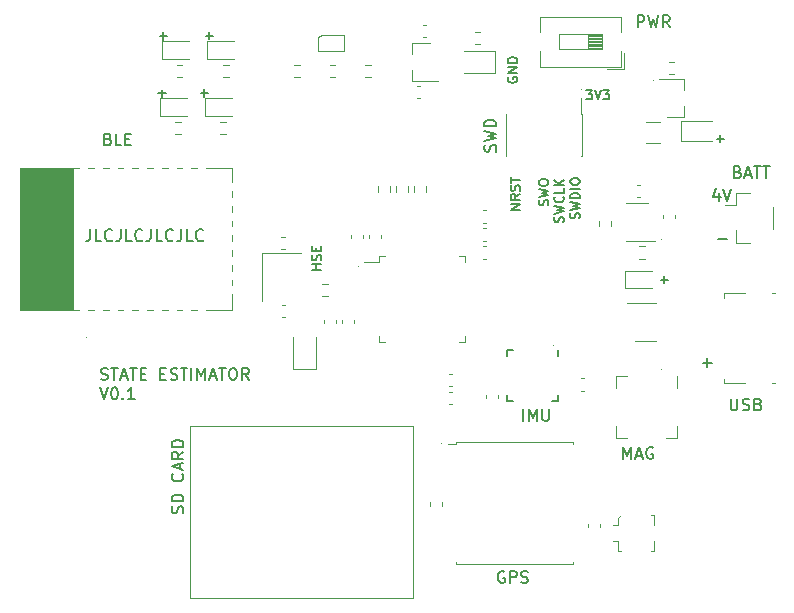
<source format=gto>
G04 #@! TF.GenerationSoftware,KiCad,Pcbnew,(5.1.10)-1*
G04 #@! TF.CreationDate,2021-10-23T20:23:30-05:00*
G04 #@! TF.ProjectId,Board,426f6172-642e-46b6-9963-61645f706362,rev?*
G04 #@! TF.SameCoordinates,Original*
G04 #@! TF.FileFunction,Legend,Top*
G04 #@! TF.FilePolarity,Positive*
%FSLAX46Y46*%
G04 Gerber Fmt 4.6, Leading zero omitted, Abs format (unit mm)*
G04 Created by KiCad (PCBNEW (5.1.10)-1) date 2021-10-23 20:23:30*
%MOMM*%
%LPD*%
G01*
G04 APERTURE LIST*
%ADD10C,0.150000*%
%ADD11C,0.153000*%
%ADD12C,0.153300*%
%ADD13C,0.120000*%
%ADD14C,0.100000*%
%ADD15R,0.700000X1.600000*%
%ADD16C,1.000000*%
%ADD17R,1.600000X1.500000*%
%ADD18R,1.200000X2.200000*%
%ADD19R,1.200000X1.500000*%
%ADD20R,2.440000X1.120000*%
%ADD21R,0.740000X2.400000*%
%ADD22R,0.750000X2.400000*%
%ADD23R,2.400000X0.750000*%
%ADD24C,5.500000*%
%ADD25R,0.600000X0.450000*%
%ADD26R,0.500000X0.400000*%
%ADD27R,1.200000X1.400000*%
%ADD28R,1.380000X0.450000*%
%ADD29R,1.550000X1.425000*%
%ADD30R,1.300000X1.650000*%
%ADD31R,1.900000X1.800000*%
%ADD32R,1.900000X1.000000*%
%ADD33R,2.200000X1.050000*%
%ADD34R,1.000000X1.000000*%
%ADD35R,0.900000X0.800000*%
%ADD36R,1.060000X0.650000*%
%ADD37R,2.700000X2.700000*%
G04 APERTURE END LIST*
D10*
X120287976Y-88579761D02*
X120430833Y-88627380D01*
X120668928Y-88627380D01*
X120764166Y-88579761D01*
X120811785Y-88532142D01*
X120859404Y-88436904D01*
X120859404Y-88341666D01*
X120811785Y-88246428D01*
X120764166Y-88198809D01*
X120668928Y-88151190D01*
X120478452Y-88103571D01*
X120383214Y-88055952D01*
X120335595Y-88008333D01*
X120287976Y-87913095D01*
X120287976Y-87817857D01*
X120335595Y-87722619D01*
X120383214Y-87675000D01*
X120478452Y-87627380D01*
X120716547Y-87627380D01*
X120859404Y-87675000D01*
X121145119Y-87627380D02*
X121716547Y-87627380D01*
X121430833Y-88627380D02*
X121430833Y-87627380D01*
X122002261Y-88341666D02*
X122478452Y-88341666D01*
X121907023Y-88627380D02*
X122240357Y-87627380D01*
X122573690Y-88627380D01*
X122764166Y-87627380D02*
X123335595Y-87627380D01*
X123049880Y-88627380D02*
X123049880Y-87627380D01*
X123668928Y-88103571D02*
X124002261Y-88103571D01*
X124145119Y-88627380D02*
X123668928Y-88627380D01*
X123668928Y-87627380D01*
X124145119Y-87627380D01*
X125335595Y-88103571D02*
X125668928Y-88103571D01*
X125811785Y-88627380D02*
X125335595Y-88627380D01*
X125335595Y-87627380D01*
X125811785Y-87627380D01*
X126192738Y-88579761D02*
X126335595Y-88627380D01*
X126573690Y-88627380D01*
X126668928Y-88579761D01*
X126716547Y-88532142D01*
X126764166Y-88436904D01*
X126764166Y-88341666D01*
X126716547Y-88246428D01*
X126668928Y-88198809D01*
X126573690Y-88151190D01*
X126383214Y-88103571D01*
X126287976Y-88055952D01*
X126240357Y-88008333D01*
X126192738Y-87913095D01*
X126192738Y-87817857D01*
X126240357Y-87722619D01*
X126287976Y-87675000D01*
X126383214Y-87627380D01*
X126621309Y-87627380D01*
X126764166Y-87675000D01*
X127049880Y-87627380D02*
X127621309Y-87627380D01*
X127335595Y-88627380D02*
X127335595Y-87627380D01*
X127954642Y-88627380D02*
X127954642Y-87627380D01*
X128430833Y-88627380D02*
X128430833Y-87627380D01*
X128764166Y-88341666D01*
X129097500Y-87627380D01*
X129097500Y-88627380D01*
X129526071Y-88341666D02*
X130002261Y-88341666D01*
X129430833Y-88627380D02*
X129764166Y-87627380D01*
X130097500Y-88627380D01*
X130287976Y-87627380D02*
X130859404Y-87627380D01*
X130573690Y-88627380D02*
X130573690Y-87627380D01*
X131383214Y-87627380D02*
X131573690Y-87627380D01*
X131668928Y-87675000D01*
X131764166Y-87770238D01*
X131811785Y-87960714D01*
X131811785Y-88294047D01*
X131764166Y-88484523D01*
X131668928Y-88579761D01*
X131573690Y-88627380D01*
X131383214Y-88627380D01*
X131287976Y-88579761D01*
X131192738Y-88484523D01*
X131145119Y-88294047D01*
X131145119Y-87960714D01*
X131192738Y-87770238D01*
X131287976Y-87675000D01*
X131383214Y-87627380D01*
X132811785Y-88627380D02*
X132478452Y-88151190D01*
X132240357Y-88627380D02*
X132240357Y-87627380D01*
X132621309Y-87627380D01*
X132716547Y-87675000D01*
X132764166Y-87722619D01*
X132811785Y-87817857D01*
X132811785Y-87960714D01*
X132764166Y-88055952D01*
X132716547Y-88103571D01*
X132621309Y-88151190D01*
X132240357Y-88151190D01*
X120192738Y-89277380D02*
X120526071Y-90277380D01*
X120859404Y-89277380D01*
X121383214Y-89277380D02*
X121478452Y-89277380D01*
X121573690Y-89325000D01*
X121621309Y-89372619D01*
X121668928Y-89467857D01*
X121716547Y-89658333D01*
X121716547Y-89896428D01*
X121668928Y-90086904D01*
X121621309Y-90182142D01*
X121573690Y-90229761D01*
X121478452Y-90277380D01*
X121383214Y-90277380D01*
X121287976Y-90229761D01*
X121240357Y-90182142D01*
X121192738Y-90086904D01*
X121145119Y-89896428D01*
X121145119Y-89658333D01*
X121192738Y-89467857D01*
X121240357Y-89372619D01*
X121287976Y-89325000D01*
X121383214Y-89277380D01*
X122145119Y-90182142D02*
X122192738Y-90229761D01*
X122145119Y-90277380D01*
X122097500Y-90229761D01*
X122145119Y-90182142D01*
X122145119Y-90277380D01*
X123145119Y-90277380D02*
X122573690Y-90277380D01*
X122859404Y-90277380D02*
X122859404Y-89277380D01*
X122764166Y-89420238D01*
X122668928Y-89515476D01*
X122573690Y-89563095D01*
D11*
X167675238Y-80147142D02*
X168284761Y-80147142D01*
X167980000Y-80451904D02*
X167980000Y-79842380D01*
X172445238Y-68217142D02*
X173054761Y-68217142D01*
X172750000Y-68521904D02*
X172750000Y-67912380D01*
X128755238Y-64337142D02*
X129364761Y-64337142D01*
X129060000Y-64641904D02*
X129060000Y-64032380D01*
X125155238Y-64367142D02*
X125764761Y-64367142D01*
X125460000Y-64671904D02*
X125460000Y-64062380D01*
X125275238Y-59527142D02*
X125884761Y-59527142D01*
X125580000Y-59831904D02*
X125580000Y-59222380D01*
X129165238Y-59487142D02*
X129774761Y-59487142D01*
X129470000Y-59791904D02*
X129470000Y-59182380D01*
X138941904Y-79321428D02*
X138141904Y-79321428D01*
X138522857Y-79321428D02*
X138522857Y-78864285D01*
X138941904Y-78864285D02*
X138141904Y-78864285D01*
X138903809Y-78521428D02*
X138941904Y-78407142D01*
X138941904Y-78216666D01*
X138903809Y-78140476D01*
X138865714Y-78102380D01*
X138789523Y-78064285D01*
X138713333Y-78064285D01*
X138637142Y-78102380D01*
X138599047Y-78140476D01*
X138560952Y-78216666D01*
X138522857Y-78369047D01*
X138484761Y-78445238D01*
X138446666Y-78483333D01*
X138370476Y-78521428D01*
X138294285Y-78521428D01*
X138218095Y-78483333D01*
X138180000Y-78445238D01*
X138141904Y-78369047D01*
X138141904Y-78178571D01*
X138180000Y-78064285D01*
X138522857Y-77721428D02*
X138522857Y-77454761D01*
X138941904Y-77340476D02*
X138941904Y-77721428D01*
X138141904Y-77721428D01*
X138141904Y-77340476D01*
X161379523Y-64091904D02*
X161874761Y-64091904D01*
X161608095Y-64396666D01*
X161722380Y-64396666D01*
X161798571Y-64434761D01*
X161836666Y-64472857D01*
X161874761Y-64549047D01*
X161874761Y-64739523D01*
X161836666Y-64815714D01*
X161798571Y-64853809D01*
X161722380Y-64891904D01*
X161493809Y-64891904D01*
X161417619Y-64853809D01*
X161379523Y-64815714D01*
X162103333Y-64091904D02*
X162370000Y-64891904D01*
X162636666Y-64091904D01*
X162827142Y-64091904D02*
X163322380Y-64091904D01*
X163055714Y-64396666D01*
X163170000Y-64396666D01*
X163246190Y-64434761D01*
X163284285Y-64472857D01*
X163322380Y-64549047D01*
X163322380Y-64739523D01*
X163284285Y-64815714D01*
X163246190Y-64853809D01*
X163170000Y-64891904D01*
X162941428Y-64891904D01*
X162865238Y-64853809D01*
X162827142Y-64815714D01*
X154800000Y-63009523D02*
X154761904Y-63085714D01*
X154761904Y-63200000D01*
X154800000Y-63314285D01*
X154876190Y-63390476D01*
X154952380Y-63428571D01*
X155104761Y-63466666D01*
X155219047Y-63466666D01*
X155371428Y-63428571D01*
X155447619Y-63390476D01*
X155523809Y-63314285D01*
X155561904Y-63200000D01*
X155561904Y-63123809D01*
X155523809Y-63009523D01*
X155485714Y-62971428D01*
X155219047Y-62971428D01*
X155219047Y-63123809D01*
X155561904Y-62628571D02*
X154761904Y-62628571D01*
X155561904Y-62171428D01*
X154761904Y-62171428D01*
X155561904Y-61790476D02*
X154761904Y-61790476D01*
X154761904Y-61600000D01*
X154800000Y-61485714D01*
X154876190Y-61409523D01*
X154952380Y-61371428D01*
X155104761Y-61333333D01*
X155219047Y-61333333D01*
X155371428Y-61371428D01*
X155447619Y-61409523D01*
X155523809Y-61485714D01*
X155561904Y-61600000D01*
X155561904Y-61790476D01*
X160793809Y-74955238D02*
X160831904Y-74840952D01*
X160831904Y-74650476D01*
X160793809Y-74574285D01*
X160755714Y-74536190D01*
X160679523Y-74498095D01*
X160603333Y-74498095D01*
X160527142Y-74536190D01*
X160489047Y-74574285D01*
X160450952Y-74650476D01*
X160412857Y-74802857D01*
X160374761Y-74879047D01*
X160336666Y-74917142D01*
X160260476Y-74955238D01*
X160184285Y-74955238D01*
X160108095Y-74917142D01*
X160070000Y-74879047D01*
X160031904Y-74802857D01*
X160031904Y-74612380D01*
X160070000Y-74498095D01*
X160031904Y-74231428D02*
X160831904Y-74040952D01*
X160260476Y-73888571D01*
X160831904Y-73736190D01*
X160031904Y-73545714D01*
X160831904Y-73240952D02*
X160031904Y-73240952D01*
X160031904Y-73050476D01*
X160070000Y-72936190D01*
X160146190Y-72860000D01*
X160222380Y-72821904D01*
X160374761Y-72783809D01*
X160489047Y-72783809D01*
X160641428Y-72821904D01*
X160717619Y-72860000D01*
X160793809Y-72936190D01*
X160831904Y-73050476D01*
X160831904Y-73240952D01*
X160831904Y-72440952D02*
X160031904Y-72440952D01*
X160031904Y-71907619D02*
X160031904Y-71755238D01*
X160070000Y-71679047D01*
X160146190Y-71602857D01*
X160298571Y-71564761D01*
X160565238Y-71564761D01*
X160717619Y-71602857D01*
X160793809Y-71679047D01*
X160831904Y-71755238D01*
X160831904Y-71907619D01*
X160793809Y-71983809D01*
X160717619Y-72060000D01*
X160565238Y-72098095D01*
X160298571Y-72098095D01*
X160146190Y-72060000D01*
X160070000Y-71983809D01*
X160031904Y-71907619D01*
X159443809Y-75289523D02*
X159481904Y-75175238D01*
X159481904Y-74984761D01*
X159443809Y-74908571D01*
X159405714Y-74870476D01*
X159329523Y-74832380D01*
X159253333Y-74832380D01*
X159177142Y-74870476D01*
X159139047Y-74908571D01*
X159100952Y-74984761D01*
X159062857Y-75137142D01*
X159024761Y-75213333D01*
X158986666Y-75251428D01*
X158910476Y-75289523D01*
X158834285Y-75289523D01*
X158758095Y-75251428D01*
X158720000Y-75213333D01*
X158681904Y-75137142D01*
X158681904Y-74946666D01*
X158720000Y-74832380D01*
X158681904Y-74565714D02*
X159481904Y-74375238D01*
X158910476Y-74222857D01*
X159481904Y-74070476D01*
X158681904Y-73880000D01*
X159405714Y-73118095D02*
X159443809Y-73156190D01*
X159481904Y-73270476D01*
X159481904Y-73346666D01*
X159443809Y-73460952D01*
X159367619Y-73537142D01*
X159291428Y-73575238D01*
X159139047Y-73613333D01*
X159024761Y-73613333D01*
X158872380Y-73575238D01*
X158796190Y-73537142D01*
X158720000Y-73460952D01*
X158681904Y-73346666D01*
X158681904Y-73270476D01*
X158720000Y-73156190D01*
X158758095Y-73118095D01*
X159481904Y-72394285D02*
X159481904Y-72775238D01*
X158681904Y-72775238D01*
X159481904Y-72127619D02*
X158681904Y-72127619D01*
X159481904Y-71670476D02*
X159024761Y-72013333D01*
X158681904Y-71670476D02*
X159139047Y-72127619D01*
X158143809Y-73854761D02*
X158181904Y-73740476D01*
X158181904Y-73550000D01*
X158143809Y-73473809D01*
X158105714Y-73435714D01*
X158029523Y-73397619D01*
X157953333Y-73397619D01*
X157877142Y-73435714D01*
X157839047Y-73473809D01*
X157800952Y-73550000D01*
X157762857Y-73702380D01*
X157724761Y-73778571D01*
X157686666Y-73816666D01*
X157610476Y-73854761D01*
X157534285Y-73854761D01*
X157458095Y-73816666D01*
X157420000Y-73778571D01*
X157381904Y-73702380D01*
X157381904Y-73511904D01*
X157420000Y-73397619D01*
X157381904Y-73130952D02*
X158181904Y-72940476D01*
X157610476Y-72788095D01*
X158181904Y-72635714D01*
X157381904Y-72445238D01*
X157381904Y-71988095D02*
X157381904Y-71835714D01*
X157420000Y-71759523D01*
X157496190Y-71683333D01*
X157648571Y-71645238D01*
X157915238Y-71645238D01*
X158067619Y-71683333D01*
X158143809Y-71759523D01*
X158181904Y-71835714D01*
X158181904Y-71988095D01*
X158143809Y-72064285D01*
X158067619Y-72140476D01*
X157915238Y-72178571D01*
X157648571Y-72178571D01*
X157496190Y-72140476D01*
X157420000Y-72064285D01*
X157381904Y-71988095D01*
X155771904Y-74214285D02*
X154971904Y-74214285D01*
X155771904Y-73757142D01*
X154971904Y-73757142D01*
X155771904Y-72919047D02*
X155390952Y-73185714D01*
X155771904Y-73376190D02*
X154971904Y-73376190D01*
X154971904Y-73071428D01*
X155010000Y-72995238D01*
X155048095Y-72957142D01*
X155124285Y-72919047D01*
X155238571Y-72919047D01*
X155314761Y-72957142D01*
X155352857Y-72995238D01*
X155390952Y-73071428D01*
X155390952Y-73376190D01*
X155733809Y-72614285D02*
X155771904Y-72500000D01*
X155771904Y-72309523D01*
X155733809Y-72233333D01*
X155695714Y-72195238D01*
X155619523Y-72157142D01*
X155543333Y-72157142D01*
X155467142Y-72195238D01*
X155429047Y-72233333D01*
X155390952Y-72309523D01*
X155352857Y-72461904D01*
X155314761Y-72538095D01*
X155276666Y-72576190D01*
X155200476Y-72614285D01*
X155124285Y-72614285D01*
X155048095Y-72576190D01*
X155010000Y-72538095D01*
X154971904Y-72461904D01*
X154971904Y-72271428D01*
X155010000Y-72157142D01*
X154971904Y-71928571D02*
X154971904Y-71471428D01*
X155771904Y-71700000D02*
X154971904Y-71700000D01*
X153704761Y-69307142D02*
X153752380Y-69164285D01*
X153752380Y-68926190D01*
X153704761Y-68830952D01*
X153657142Y-68783333D01*
X153561904Y-68735714D01*
X153466666Y-68735714D01*
X153371428Y-68783333D01*
X153323809Y-68830952D01*
X153276190Y-68926190D01*
X153228571Y-69116666D01*
X153180952Y-69211904D01*
X153133333Y-69259523D01*
X153038095Y-69307142D01*
X152942857Y-69307142D01*
X152847619Y-69259523D01*
X152800000Y-69211904D01*
X152752380Y-69116666D01*
X152752380Y-68878571D01*
X152800000Y-68735714D01*
X152752380Y-68402380D02*
X153752380Y-68164285D01*
X153038095Y-67973809D01*
X153752380Y-67783333D01*
X152752380Y-67545238D01*
X153752380Y-67164285D02*
X152752380Y-67164285D01*
X152752380Y-66926190D01*
X152800000Y-66783333D01*
X152895238Y-66688095D01*
X152990476Y-66640476D01*
X153180952Y-66592857D01*
X153323809Y-66592857D01*
X153514285Y-66640476D01*
X153609523Y-66688095D01*
X153704761Y-66783333D01*
X153752380Y-66926190D01*
X153752380Y-67164285D01*
X165736666Y-58772380D02*
X165736666Y-57772380D01*
X166117619Y-57772380D01*
X166212857Y-57820000D01*
X166260476Y-57867619D01*
X166308095Y-57962857D01*
X166308095Y-58105714D01*
X166260476Y-58200952D01*
X166212857Y-58248571D01*
X166117619Y-58296190D01*
X165736666Y-58296190D01*
X166641428Y-57772380D02*
X166879523Y-58772380D01*
X167070000Y-58058095D01*
X167260476Y-58772380D01*
X167498571Y-57772380D01*
X168450952Y-58772380D02*
X168117619Y-58296190D01*
X167879523Y-58772380D02*
X167879523Y-57772380D01*
X168260476Y-57772380D01*
X168355714Y-57820000D01*
X168403333Y-57867619D01*
X168450952Y-57962857D01*
X168450952Y-58105714D01*
X168403333Y-58200952D01*
X168355714Y-58248571D01*
X168260476Y-58296190D01*
X167879523Y-58296190D01*
D12*
X120884285Y-68258571D02*
X121027142Y-68306190D01*
X121074761Y-68353809D01*
X121122380Y-68449047D01*
X121122380Y-68591904D01*
X121074761Y-68687142D01*
X121027142Y-68734761D01*
X120931904Y-68782380D01*
X120550952Y-68782380D01*
X120550952Y-67782380D01*
X120884285Y-67782380D01*
X120979523Y-67830000D01*
X121027142Y-67877619D01*
X121074761Y-67972857D01*
X121074761Y-68068095D01*
X121027142Y-68163333D01*
X120979523Y-68210952D01*
X120884285Y-68258571D01*
X120550952Y-68258571D01*
X122027142Y-68782380D02*
X121550952Y-68782380D01*
X121550952Y-67782380D01*
X122360476Y-68258571D02*
X122693809Y-68258571D01*
X122836666Y-68782380D02*
X122360476Y-68782380D01*
X122360476Y-67782380D01*
X122836666Y-67782380D01*
D11*
X156044761Y-92112380D02*
X156044761Y-91112380D01*
X156520952Y-92112380D02*
X156520952Y-91112380D01*
X156854285Y-91826666D01*
X157187619Y-91112380D01*
X157187619Y-92112380D01*
X157663809Y-91112380D02*
X157663809Y-91921904D01*
X157711428Y-92017142D01*
X157759047Y-92064761D01*
X157854285Y-92112380D01*
X158044761Y-92112380D01*
X158140000Y-92064761D01*
X158187619Y-92017142D01*
X158235238Y-91921904D01*
X158235238Y-91112380D01*
X164498095Y-95322380D02*
X164498095Y-94322380D01*
X164831428Y-95036666D01*
X165164761Y-94322380D01*
X165164761Y-95322380D01*
X165593333Y-95036666D02*
X166069523Y-95036666D01*
X165498095Y-95322380D02*
X165831428Y-94322380D01*
X166164761Y-95322380D01*
X167021904Y-94370000D02*
X166926666Y-94322380D01*
X166783809Y-94322380D01*
X166640952Y-94370000D01*
X166545714Y-94465238D01*
X166498095Y-94560476D01*
X166450476Y-94750952D01*
X166450476Y-94893809D01*
X166498095Y-95084285D01*
X166545714Y-95179523D01*
X166640952Y-95274761D01*
X166783809Y-95322380D01*
X166879047Y-95322380D01*
X167021904Y-95274761D01*
X167069523Y-95227142D01*
X167069523Y-94893809D01*
X166879047Y-94893809D01*
X171229047Y-87191428D02*
X171990952Y-87191428D01*
X171610000Y-87572380D02*
X171610000Y-86810476D01*
X172559047Y-76681428D02*
X173320952Y-76681428D01*
X172611904Y-72795714D02*
X172611904Y-73462380D01*
X172373809Y-72414761D02*
X172135714Y-73129047D01*
X172754761Y-73129047D01*
X172992857Y-72462380D02*
X173326190Y-73462380D01*
X173659523Y-72462380D01*
X174210952Y-71028571D02*
X174353809Y-71076190D01*
X174401428Y-71123809D01*
X174449047Y-71219047D01*
X174449047Y-71361904D01*
X174401428Y-71457142D01*
X174353809Y-71504761D01*
X174258571Y-71552380D01*
X173877619Y-71552380D01*
X173877619Y-70552380D01*
X174210952Y-70552380D01*
X174306190Y-70600000D01*
X174353809Y-70647619D01*
X174401428Y-70742857D01*
X174401428Y-70838095D01*
X174353809Y-70933333D01*
X174306190Y-70980952D01*
X174210952Y-71028571D01*
X173877619Y-71028571D01*
X174830000Y-71266666D02*
X175306190Y-71266666D01*
X174734761Y-71552380D02*
X175068095Y-70552380D01*
X175401428Y-71552380D01*
X175591904Y-70552380D02*
X176163333Y-70552380D01*
X175877619Y-71552380D02*
X175877619Y-70552380D01*
X176353809Y-70552380D02*
X176925238Y-70552380D01*
X176639523Y-71552380D02*
X176639523Y-70552380D01*
X173618095Y-90212380D02*
X173618095Y-91021904D01*
X173665714Y-91117142D01*
X173713333Y-91164761D01*
X173808571Y-91212380D01*
X173999047Y-91212380D01*
X174094285Y-91164761D01*
X174141904Y-91117142D01*
X174189523Y-91021904D01*
X174189523Y-90212380D01*
X174618095Y-91164761D02*
X174760952Y-91212380D01*
X174999047Y-91212380D01*
X175094285Y-91164761D01*
X175141904Y-91117142D01*
X175189523Y-91021904D01*
X175189523Y-90926666D01*
X175141904Y-90831428D01*
X175094285Y-90783809D01*
X174999047Y-90736190D01*
X174808571Y-90688571D01*
X174713333Y-90640952D01*
X174665714Y-90593333D01*
X174618095Y-90498095D01*
X174618095Y-90402857D01*
X174665714Y-90307619D01*
X174713333Y-90260000D01*
X174808571Y-90212380D01*
X175046666Y-90212380D01*
X175189523Y-90260000D01*
X175951428Y-90688571D02*
X176094285Y-90736190D01*
X176141904Y-90783809D01*
X176189523Y-90879047D01*
X176189523Y-91021904D01*
X176141904Y-91117142D01*
X176094285Y-91164761D01*
X175999047Y-91212380D01*
X175618095Y-91212380D01*
X175618095Y-90212380D01*
X175951428Y-90212380D01*
X176046666Y-90260000D01*
X176094285Y-90307619D01*
X176141904Y-90402857D01*
X176141904Y-90498095D01*
X176094285Y-90593333D01*
X176046666Y-90640952D01*
X175951428Y-90688571D01*
X175618095Y-90688571D01*
X154445714Y-104880000D02*
X154350476Y-104832380D01*
X154207619Y-104832380D01*
X154064761Y-104880000D01*
X153969523Y-104975238D01*
X153921904Y-105070476D01*
X153874285Y-105260952D01*
X153874285Y-105403809D01*
X153921904Y-105594285D01*
X153969523Y-105689523D01*
X154064761Y-105784761D01*
X154207619Y-105832380D01*
X154302857Y-105832380D01*
X154445714Y-105784761D01*
X154493333Y-105737142D01*
X154493333Y-105403809D01*
X154302857Y-105403809D01*
X154921904Y-105832380D02*
X154921904Y-104832380D01*
X155302857Y-104832380D01*
X155398095Y-104880000D01*
X155445714Y-104927619D01*
X155493333Y-105022857D01*
X155493333Y-105165714D01*
X155445714Y-105260952D01*
X155398095Y-105308571D01*
X155302857Y-105356190D01*
X154921904Y-105356190D01*
X155874285Y-105784761D02*
X156017142Y-105832380D01*
X156255238Y-105832380D01*
X156350476Y-105784761D01*
X156398095Y-105737142D01*
X156445714Y-105641904D01*
X156445714Y-105546666D01*
X156398095Y-105451428D01*
X156350476Y-105403809D01*
X156255238Y-105356190D01*
X156064761Y-105308571D01*
X155969523Y-105260952D01*
X155921904Y-105213333D01*
X155874285Y-105118095D01*
X155874285Y-105022857D01*
X155921904Y-104927619D01*
X155969523Y-104880000D01*
X156064761Y-104832380D01*
X156302857Y-104832380D01*
X156445714Y-104880000D01*
X119380952Y-75882380D02*
X119380952Y-76596666D01*
X119333333Y-76739523D01*
X119238095Y-76834761D01*
X119095238Y-76882380D01*
X119000000Y-76882380D01*
X120333333Y-76882380D02*
X119857142Y-76882380D01*
X119857142Y-75882380D01*
X121238095Y-76787142D02*
X121190476Y-76834761D01*
X121047619Y-76882380D01*
X120952380Y-76882380D01*
X120809523Y-76834761D01*
X120714285Y-76739523D01*
X120666666Y-76644285D01*
X120619047Y-76453809D01*
X120619047Y-76310952D01*
X120666666Y-76120476D01*
X120714285Y-76025238D01*
X120809523Y-75930000D01*
X120952380Y-75882380D01*
X121047619Y-75882380D01*
X121190476Y-75930000D01*
X121238095Y-75977619D01*
X121952380Y-75882380D02*
X121952380Y-76596666D01*
X121904761Y-76739523D01*
X121809523Y-76834761D01*
X121666666Y-76882380D01*
X121571428Y-76882380D01*
X122904761Y-76882380D02*
X122428571Y-76882380D01*
X122428571Y-75882380D01*
X123809523Y-76787142D02*
X123761904Y-76834761D01*
X123619047Y-76882380D01*
X123523809Y-76882380D01*
X123380952Y-76834761D01*
X123285714Y-76739523D01*
X123238095Y-76644285D01*
X123190476Y-76453809D01*
X123190476Y-76310952D01*
X123238095Y-76120476D01*
X123285714Y-76025238D01*
X123380952Y-75930000D01*
X123523809Y-75882380D01*
X123619047Y-75882380D01*
X123761904Y-75930000D01*
X123809523Y-75977619D01*
X124523809Y-75882380D02*
X124523809Y-76596666D01*
X124476190Y-76739523D01*
X124380952Y-76834761D01*
X124238095Y-76882380D01*
X124142857Y-76882380D01*
X125476190Y-76882380D02*
X125000000Y-76882380D01*
X125000000Y-75882380D01*
X126380952Y-76787142D02*
X126333333Y-76834761D01*
X126190476Y-76882380D01*
X126095238Y-76882380D01*
X125952380Y-76834761D01*
X125857142Y-76739523D01*
X125809523Y-76644285D01*
X125761904Y-76453809D01*
X125761904Y-76310952D01*
X125809523Y-76120476D01*
X125857142Y-76025238D01*
X125952380Y-75930000D01*
X126095238Y-75882380D01*
X126190476Y-75882380D01*
X126333333Y-75930000D01*
X126380952Y-75977619D01*
X127095238Y-75882380D02*
X127095238Y-76596666D01*
X127047619Y-76739523D01*
X126952380Y-76834761D01*
X126809523Y-76882380D01*
X126714285Y-76882380D01*
X128047619Y-76882380D02*
X127571428Y-76882380D01*
X127571428Y-75882380D01*
X128952380Y-76787142D02*
X128904761Y-76834761D01*
X128761904Y-76882380D01*
X128666666Y-76882380D01*
X128523809Y-76834761D01*
X128428571Y-76739523D01*
X128380952Y-76644285D01*
X128333333Y-76453809D01*
X128333333Y-76310952D01*
X128380952Y-76120476D01*
X128428571Y-76025238D01*
X128523809Y-75930000D01*
X128666666Y-75882380D01*
X128761904Y-75882380D01*
X128904761Y-75930000D01*
X128952380Y-75977619D01*
X127224761Y-99915238D02*
X127272380Y-99772380D01*
X127272380Y-99534285D01*
X127224761Y-99439047D01*
X127177142Y-99391428D01*
X127081904Y-99343809D01*
X126986666Y-99343809D01*
X126891428Y-99391428D01*
X126843809Y-99439047D01*
X126796190Y-99534285D01*
X126748571Y-99724761D01*
X126700952Y-99820000D01*
X126653333Y-99867619D01*
X126558095Y-99915238D01*
X126462857Y-99915238D01*
X126367619Y-99867619D01*
X126320000Y-99820000D01*
X126272380Y-99724761D01*
X126272380Y-99486666D01*
X126320000Y-99343809D01*
X127272380Y-98915238D02*
X126272380Y-98915238D01*
X126272380Y-98677142D01*
X126320000Y-98534285D01*
X126415238Y-98439047D01*
X126510476Y-98391428D01*
X126700952Y-98343809D01*
X126843809Y-98343809D01*
X127034285Y-98391428D01*
X127129523Y-98439047D01*
X127224761Y-98534285D01*
X127272380Y-98677142D01*
X127272380Y-98915238D01*
X127177142Y-96581904D02*
X127224761Y-96629523D01*
X127272380Y-96772380D01*
X127272380Y-96867619D01*
X127224761Y-97010476D01*
X127129523Y-97105714D01*
X127034285Y-97153333D01*
X126843809Y-97200952D01*
X126700952Y-97200952D01*
X126510476Y-97153333D01*
X126415238Y-97105714D01*
X126320000Y-97010476D01*
X126272380Y-96867619D01*
X126272380Y-96772380D01*
X126320000Y-96629523D01*
X126367619Y-96581904D01*
X126986666Y-96200952D02*
X126986666Y-95724761D01*
X127272380Y-96296190D02*
X126272380Y-95962857D01*
X127272380Y-95629523D01*
X127272380Y-94724761D02*
X126796190Y-95058095D01*
X127272380Y-95296190D02*
X126272380Y-95296190D01*
X126272380Y-94915238D01*
X126320000Y-94820000D01*
X126367619Y-94772380D01*
X126462857Y-94724761D01*
X126605714Y-94724761D01*
X126700952Y-94772380D01*
X126748571Y-94820000D01*
X126796190Y-94915238D01*
X126796190Y-95296190D01*
X127272380Y-94296190D02*
X126272380Y-94296190D01*
X126272380Y-94058095D01*
X126320000Y-93915238D01*
X126415238Y-93820000D01*
X126510476Y-93772380D01*
X126700952Y-93724761D01*
X126843809Y-93724761D01*
X127034285Y-93772380D01*
X127129523Y-93820000D01*
X127224761Y-93915238D01*
X127272380Y-94058095D01*
X127272380Y-94296190D01*
D13*
X167070990Y-63300000D02*
G75*
G03*
X167070990Y-63300000I-50990J0D01*
G01*
X149340000Y-63240000D02*
G75*
G03*
X149340000Y-63240000I-50000J0D01*
G01*
X138500000Y-59330000D02*
G75*
G03*
X138500000Y-59330000I-50000J0D01*
G01*
X142160000Y-79000000D02*
G75*
G03*
X142160000Y-79000000I-50000J0D01*
G01*
X163330000Y-101590000D02*
G75*
G03*
X163330000Y-101590000I-50000J0D01*
G01*
X167770000Y-87720000D02*
G75*
G03*
X167770000Y-87720000I-50000J0D01*
G01*
X158600000Y-85750000D02*
G75*
G03*
X158600000Y-85750000I-50000J0D01*
G01*
X171790000Y-86340000D02*
G75*
G03*
X171790000Y-86340000I-50000J0D01*
G01*
X167796569Y-76740000D02*
G75*
G03*
X167796569Y-76740000I-56569J0D01*
G01*
X161010990Y-64010000D02*
G75*
G03*
X161010990Y-64010000I-50990J0D01*
G01*
X119093852Y-85030000D02*
G75*
G03*
X119093852Y-85030000I-53852J0D01*
G01*
X139758310Y-92370000D02*
G75*
G03*
X139758310Y-92370000I-58310J0D01*
G01*
X149200000Y-93990000D02*
G75*
G03*
X149200000Y-93990000I-50000J0D01*
G01*
X127837000Y-107075000D02*
X127837000Y-92575000D01*
X146737000Y-107075000D02*
X127837000Y-107075000D01*
X146737000Y-92575000D02*
X146737000Y-107075000D01*
X127837000Y-92575000D02*
X146737000Y-92575000D01*
X164310000Y-62110000D02*
X157490000Y-62110000D01*
X164310000Y-57890000D02*
X157490000Y-57890000D01*
X164310000Y-62110000D02*
X164310000Y-60800000D01*
X164310000Y-59200000D02*
X164310000Y-57890000D01*
X157490000Y-62110000D02*
X157490000Y-60800000D01*
X157490000Y-59200000D02*
X157490000Y-57890000D01*
X164550000Y-62350000D02*
X163167000Y-62350000D01*
X164550000Y-62350000D02*
X164550000Y-60967000D01*
X162710000Y-60635000D02*
X162710000Y-59365000D01*
X162710000Y-59365000D02*
X159090000Y-59365000D01*
X159090000Y-59365000D02*
X159090000Y-60635000D01*
X159090000Y-60635000D02*
X162710000Y-60635000D01*
X162710000Y-60515000D02*
X161503333Y-60515000D01*
X162710000Y-60395000D02*
X161503333Y-60395000D01*
X162710000Y-60275000D02*
X161503333Y-60275000D01*
X162710000Y-60155000D02*
X161503333Y-60155000D01*
X162710000Y-60035000D02*
X161503333Y-60035000D01*
X162710000Y-59915000D02*
X161503333Y-59915000D01*
X162710000Y-59795000D02*
X161503333Y-59795000D01*
X162710000Y-59675000D02*
X161503333Y-59675000D01*
X162710000Y-59555000D02*
X161503333Y-59555000D01*
X162710000Y-59435000D02*
X161503333Y-59435000D01*
X161503333Y-60635000D02*
X161503333Y-59365000D01*
X161035000Y-66135000D02*
X161035000Y-69665000D01*
X154565000Y-66135000D02*
X154565000Y-69665000D01*
X160970000Y-64810000D02*
X160970000Y-66135000D01*
X161035000Y-66135000D02*
X160970000Y-66135000D01*
X161035000Y-69665000D02*
X160970000Y-69665000D01*
X154630000Y-66135000D02*
X154565000Y-66135000D01*
X154630000Y-69665000D02*
X154565000Y-69665000D01*
X143865500Y-78628000D02*
X142575500Y-78628000D01*
X143865500Y-78178000D02*
X143865500Y-78628000D01*
X144315500Y-78178000D02*
X143865500Y-78178000D01*
X151085500Y-78178000D02*
X151085500Y-78628000D01*
X150635500Y-78178000D02*
X151085500Y-78178000D01*
X143865500Y-85398000D02*
X143865500Y-84948000D01*
X144315500Y-85398000D02*
X143865500Y-85398000D01*
X151085500Y-85398000D02*
X151085500Y-84948000D01*
X150635500Y-85398000D02*
X151085500Y-85398000D01*
D14*
G36*
X117911000Y-70677000D02*
G01*
X117911000Y-82677000D01*
X113411000Y-82677000D01*
X113411000Y-70677000D01*
X117911000Y-70677000D01*
G37*
X117911000Y-70677000D02*
X117911000Y-82677000D01*
X113411000Y-82677000D01*
X113411000Y-70677000D01*
X117911000Y-70677000D01*
D13*
X113411000Y-82677000D02*
X113411000Y-70667000D01*
X131411000Y-70677000D02*
X113411000Y-70677000D01*
X131411000Y-82677000D02*
X131411000Y-70677000D01*
X113411000Y-82677000D02*
X131411000Y-82677000D01*
X165654420Y-72140000D02*
X165935580Y-72140000D01*
X165654420Y-73160000D02*
X165935580Y-73160000D01*
X167892000Y-74675420D02*
X167892000Y-74956580D01*
X168912000Y-74675420D02*
X168912000Y-74956580D01*
X147059420Y-64810000D02*
X147340580Y-64810000D01*
X147059420Y-63790000D02*
X147340580Y-63790000D01*
X147819580Y-59592000D02*
X147538420Y-59592000D01*
X147819580Y-58572000D02*
X147538420Y-58572000D01*
X152627420Y-74293000D02*
X152908580Y-74293000D01*
X152627420Y-75313000D02*
X152908580Y-75313000D01*
X135569420Y-77550000D02*
X135850580Y-77550000D01*
X135569420Y-76530000D02*
X135850580Y-76530000D01*
X152627420Y-77341000D02*
X152908580Y-77341000D01*
X152627420Y-78361000D02*
X152908580Y-78361000D01*
X135890580Y-83314000D02*
X135609420Y-83314000D01*
X135890580Y-82294000D02*
X135609420Y-82294000D01*
X152627420Y-76837000D02*
X152908580Y-76837000D01*
X152627420Y-75817000D02*
X152908580Y-75817000D01*
X141476000Y-76607580D02*
X141476000Y-76326420D01*
X142496000Y-76607580D02*
X142496000Y-76326420D01*
X150013580Y-88136000D02*
X149732420Y-88136000D01*
X150013580Y-89156000D02*
X149732420Y-89156000D01*
X143000000Y-76607580D02*
X143000000Y-76326420D01*
X144020000Y-76607580D02*
X144020000Y-76326420D01*
X150013580Y-89660000D02*
X149732420Y-89660000D01*
X150013580Y-90680000D02*
X149732420Y-90680000D01*
X141734000Y-83846580D02*
X141734000Y-83565420D01*
X140714000Y-83846580D02*
X140714000Y-83565420D01*
X140210000Y-83846580D02*
X140210000Y-83565420D01*
X139190000Y-83846580D02*
X139190000Y-83565420D01*
X148120000Y-99290580D02*
X148120000Y-99009420D01*
X149140000Y-99290580D02*
X149140000Y-99009420D01*
X152906000Y-89889420D02*
X152906000Y-90170580D01*
X153926000Y-89889420D02*
X153926000Y-90170580D01*
X160908420Y-88517000D02*
X161189580Y-88517000D01*
X160908420Y-89537000D02*
X161189580Y-89537000D01*
X169442000Y-66714000D02*
X171992000Y-66714000D01*
X169442000Y-68414000D02*
X171992000Y-68414000D01*
X169442000Y-66714000D02*
X169442000Y-68414000D01*
X164656500Y-80872000D02*
X166941500Y-80872000D01*
X164656500Y-79402000D02*
X164656500Y-80872000D01*
X166941500Y-79402000D02*
X164656500Y-79402000D01*
X127774500Y-59971000D02*
X125489500Y-59971000D01*
X125489500Y-59971000D02*
X125489500Y-61441000D01*
X125489500Y-61441000D02*
X127774500Y-61441000D01*
X129299500Y-61441000D02*
X131584500Y-61441000D01*
X129299500Y-59971000D02*
X129299500Y-61441000D01*
X131584500Y-59971000D02*
X129299500Y-59971000D01*
X139012000Y-59402000D02*
X140912000Y-59402000D01*
X138712000Y-59602000D02*
X138712000Y-60802000D01*
X138712000Y-59602000D02*
X139012000Y-59402000D01*
X140912000Y-60802000D02*
X140912000Y-59402000D01*
X138712000Y-60802000D02*
X140912000Y-60802000D01*
X127571500Y-64797000D02*
X125286500Y-64797000D01*
X125286500Y-64797000D02*
X125286500Y-66267000D01*
X125286500Y-66267000D02*
X127571500Y-66267000D01*
X129096500Y-66267000D02*
X131381500Y-66267000D01*
X129096500Y-64797000D02*
X129096500Y-66267000D01*
X131381500Y-64797000D02*
X129096500Y-64797000D01*
X166402936Y-68601000D02*
X167607064Y-68601000D01*
X166402936Y-66781000D02*
X167607064Y-66781000D01*
X153682000Y-60762000D02*
X150997000Y-60762000D01*
X153682000Y-62682000D02*
X153682000Y-60762000D01*
X150997000Y-62682000D02*
X153682000Y-62682000D01*
X136581000Y-85027500D02*
X136581000Y-87712500D01*
X136581000Y-87712500D02*
X138501000Y-87712500D01*
X138501000Y-87712500D02*
X138501000Y-85027500D01*
X133947000Y-77926000D02*
X133947000Y-81926000D01*
X137247000Y-77926000D02*
X133947000Y-77926000D01*
X177352000Y-88900000D02*
X177092000Y-88900000D01*
X174812000Y-88900000D02*
X173042000Y-88900000D01*
X173042000Y-88900000D02*
X173042000Y-88520000D01*
X173042000Y-81280000D02*
X174812000Y-81280000D01*
X177092000Y-81280000D02*
X177352000Y-81280000D01*
X173042000Y-81280000D02*
X173042000Y-81660000D01*
X177220000Y-73960000D02*
X177220000Y-75840000D01*
X174100000Y-77010000D02*
X174100000Y-75960000D01*
X175250000Y-77010000D02*
X174100000Y-77010000D01*
X174100000Y-73840000D02*
X173110000Y-73840000D01*
X174100000Y-72790000D02*
X174100000Y-73840000D01*
X175250000Y-72790000D02*
X174100000Y-72790000D01*
X167108000Y-100100000D02*
X167108000Y-100900000D01*
X166908000Y-100100000D02*
X167108000Y-100100000D01*
X167108000Y-103100000D02*
X166908000Y-103100000D01*
X167108000Y-102300000D02*
X167108000Y-103100000D01*
X164108000Y-103100000D02*
X164108000Y-102300000D01*
X164308000Y-103100000D02*
X164108000Y-103100000D01*
X164108000Y-100300000D02*
X164308000Y-100100000D01*
X164108000Y-100900000D02*
X164108000Y-100300000D01*
X164108000Y-100900000D02*
X163608000Y-100900000D01*
X164108000Y-102300000D02*
X163608000Y-102300000D01*
X162562000Y-101127779D02*
X162562000Y-100802221D01*
X161542000Y-101127779D02*
X161542000Y-100802221D01*
X169670000Y-66350000D02*
X168210000Y-66350000D01*
X169670000Y-63190000D02*
X167510000Y-63190000D01*
X169670000Y-63190000D02*
X169670000Y-64120000D01*
X169670000Y-66350000D02*
X169670000Y-65420000D01*
X168354742Y-61707500D02*
X168829258Y-61707500D01*
X168354742Y-62752500D02*
X168829258Y-62752500D01*
X163492500Y-75617258D02*
X163492500Y-75142742D01*
X162447500Y-75617258D02*
X162447500Y-75142742D01*
X152412258Y-59177500D02*
X151937742Y-59177500D01*
X152412258Y-60222500D02*
X151937742Y-60222500D01*
X166353258Y-78373500D02*
X165878742Y-78373500D01*
X166353258Y-77328500D02*
X165878742Y-77328500D01*
X126699742Y-61961500D02*
X127174258Y-61961500D01*
X126699742Y-63006500D02*
X127174258Y-63006500D01*
X136668742Y-63006500D02*
X137143258Y-63006500D01*
X136668742Y-61961500D02*
X137143258Y-61961500D01*
X130635742Y-63006500D02*
X131110258Y-63006500D01*
X130635742Y-61961500D02*
X131110258Y-61961500D01*
X139653742Y-61961500D02*
X140128258Y-61961500D01*
X139653742Y-63006500D02*
X140128258Y-63006500D01*
X142682742Y-63006500D02*
X143157258Y-63006500D01*
X142682742Y-61961500D02*
X143157258Y-61961500D01*
X126571742Y-66787500D02*
X127046258Y-66787500D01*
X126571742Y-67832500D02*
X127046258Y-67832500D01*
X139493258Y-80503500D02*
X139018742Y-80503500D01*
X139493258Y-81548500D02*
X139018742Y-81548500D01*
X130381742Y-67832500D02*
X130856258Y-67832500D01*
X130381742Y-66787500D02*
X130856258Y-66787500D01*
X147842500Y-72216742D02*
X147842500Y-72691258D01*
X146797500Y-72216742D02*
X146797500Y-72691258D01*
X145273500Y-72216742D02*
X145273500Y-72691258D01*
X146318500Y-72216742D02*
X146318500Y-72691258D01*
X143749500Y-72691258D02*
X143749500Y-72216742D01*
X144794500Y-72691258D02*
X144794500Y-72216742D01*
X164792000Y-76855000D02*
X167242000Y-76855000D01*
X166592000Y-73635000D02*
X164792000Y-73635000D01*
X167270000Y-82083000D02*
X164820000Y-82083000D01*
X165470000Y-85303000D02*
X167270000Y-85303000D01*
X146665000Y-60142000D02*
X146665000Y-61072000D01*
X146665000Y-63302000D02*
X146665000Y-62372000D01*
X146665000Y-63302000D02*
X148825000Y-63302000D01*
X146665000Y-60142000D02*
X148125000Y-60142000D01*
X149671000Y-94050000D02*
X150361000Y-94050000D01*
X150361000Y-93900000D02*
X150361000Y-94050000D01*
X160281000Y-93900000D02*
X160281000Y-94050000D01*
X150361000Y-104070000D02*
X150361000Y-104220000D01*
X160281000Y-104070000D02*
X160281000Y-104220000D01*
X150361000Y-104220000D02*
X160281000Y-104220000D01*
X150361000Y-93900000D02*
X160281000Y-93900000D01*
D10*
X158995000Y-90415000D02*
X158995000Y-89890000D01*
X154695000Y-90415000D02*
X154695000Y-89890000D01*
X154695000Y-86115000D02*
X154695000Y-86640000D01*
X158995000Y-86115000D02*
X158995000Y-86640000D01*
X154695000Y-90415000D02*
X155220000Y-90415000D01*
X154695000Y-86115000D02*
X155220000Y-86115000D01*
X158995000Y-90415000D02*
X158470000Y-90415000D01*
D13*
X169107000Y-89297000D02*
X169107000Y-88322000D01*
X163887000Y-93542000D02*
X164862000Y-93542000D01*
X163887000Y-92567000D02*
X163887000Y-93542000D01*
X163887000Y-88322000D02*
X164862000Y-88322000D01*
X163887000Y-89297000D02*
X163887000Y-88322000D01*
X169107000Y-93542000D02*
X168132000Y-93542000D01*
X169107000Y-92567000D02*
X169107000Y-93542000D01*
%LPC*%
D15*
X130737000Y-93775000D03*
D16*
X140337000Y-104775000D03*
X132337000Y-104775000D03*
D17*
X144137000Y-94775000D03*
D18*
X145037000Y-104375000D03*
X129537000Y-104375000D03*
D19*
X129537000Y-94775000D03*
D15*
X131837000Y-93775000D03*
X132937000Y-93775000D03*
X134037000Y-93775000D03*
X135137000Y-93775000D03*
X136237000Y-93775000D03*
X137337000Y-93775000D03*
X138437000Y-93775000D03*
X139537000Y-93775000D03*
D20*
X156595000Y-60000000D03*
X165205000Y-60000000D03*
D21*
X155260000Y-69850000D03*
X155260000Y-65950000D03*
X156530000Y-69850000D03*
X156530000Y-65950000D03*
X157800000Y-69850000D03*
X157800000Y-65950000D03*
X159070000Y-69850000D03*
X159070000Y-65950000D03*
X160340000Y-69850000D03*
X160340000Y-65950000D03*
G36*
G01*
X142575500Y-79113000D02*
X142575500Y-78963000D01*
G75*
G02*
X142650500Y-78888000I75000J0D01*
G01*
X143975500Y-78888000D01*
G75*
G02*
X144050500Y-78963000I0J-75000D01*
G01*
X144050500Y-79113000D01*
G75*
G02*
X143975500Y-79188000I-75000J0D01*
G01*
X142650500Y-79188000D01*
G75*
G02*
X142575500Y-79113000I0J75000D01*
G01*
G37*
G36*
G01*
X142575500Y-79613000D02*
X142575500Y-79463000D01*
G75*
G02*
X142650500Y-79388000I75000J0D01*
G01*
X143975500Y-79388000D01*
G75*
G02*
X144050500Y-79463000I0J-75000D01*
G01*
X144050500Y-79613000D01*
G75*
G02*
X143975500Y-79688000I-75000J0D01*
G01*
X142650500Y-79688000D01*
G75*
G02*
X142575500Y-79613000I0J75000D01*
G01*
G37*
G36*
G01*
X142575500Y-80113000D02*
X142575500Y-79963000D01*
G75*
G02*
X142650500Y-79888000I75000J0D01*
G01*
X143975500Y-79888000D01*
G75*
G02*
X144050500Y-79963000I0J-75000D01*
G01*
X144050500Y-80113000D01*
G75*
G02*
X143975500Y-80188000I-75000J0D01*
G01*
X142650500Y-80188000D01*
G75*
G02*
X142575500Y-80113000I0J75000D01*
G01*
G37*
G36*
G01*
X142575500Y-80613000D02*
X142575500Y-80463000D01*
G75*
G02*
X142650500Y-80388000I75000J0D01*
G01*
X143975500Y-80388000D01*
G75*
G02*
X144050500Y-80463000I0J-75000D01*
G01*
X144050500Y-80613000D01*
G75*
G02*
X143975500Y-80688000I-75000J0D01*
G01*
X142650500Y-80688000D01*
G75*
G02*
X142575500Y-80613000I0J75000D01*
G01*
G37*
G36*
G01*
X142575500Y-81113000D02*
X142575500Y-80963000D01*
G75*
G02*
X142650500Y-80888000I75000J0D01*
G01*
X143975500Y-80888000D01*
G75*
G02*
X144050500Y-80963000I0J-75000D01*
G01*
X144050500Y-81113000D01*
G75*
G02*
X143975500Y-81188000I-75000J0D01*
G01*
X142650500Y-81188000D01*
G75*
G02*
X142575500Y-81113000I0J75000D01*
G01*
G37*
G36*
G01*
X142575500Y-81613000D02*
X142575500Y-81463000D01*
G75*
G02*
X142650500Y-81388000I75000J0D01*
G01*
X143975500Y-81388000D01*
G75*
G02*
X144050500Y-81463000I0J-75000D01*
G01*
X144050500Y-81613000D01*
G75*
G02*
X143975500Y-81688000I-75000J0D01*
G01*
X142650500Y-81688000D01*
G75*
G02*
X142575500Y-81613000I0J75000D01*
G01*
G37*
G36*
G01*
X142575500Y-82113000D02*
X142575500Y-81963000D01*
G75*
G02*
X142650500Y-81888000I75000J0D01*
G01*
X143975500Y-81888000D01*
G75*
G02*
X144050500Y-81963000I0J-75000D01*
G01*
X144050500Y-82113000D01*
G75*
G02*
X143975500Y-82188000I-75000J0D01*
G01*
X142650500Y-82188000D01*
G75*
G02*
X142575500Y-82113000I0J75000D01*
G01*
G37*
G36*
G01*
X142575500Y-82613000D02*
X142575500Y-82463000D01*
G75*
G02*
X142650500Y-82388000I75000J0D01*
G01*
X143975500Y-82388000D01*
G75*
G02*
X144050500Y-82463000I0J-75000D01*
G01*
X144050500Y-82613000D01*
G75*
G02*
X143975500Y-82688000I-75000J0D01*
G01*
X142650500Y-82688000D01*
G75*
G02*
X142575500Y-82613000I0J75000D01*
G01*
G37*
G36*
G01*
X142575500Y-83113000D02*
X142575500Y-82963000D01*
G75*
G02*
X142650500Y-82888000I75000J0D01*
G01*
X143975500Y-82888000D01*
G75*
G02*
X144050500Y-82963000I0J-75000D01*
G01*
X144050500Y-83113000D01*
G75*
G02*
X143975500Y-83188000I-75000J0D01*
G01*
X142650500Y-83188000D01*
G75*
G02*
X142575500Y-83113000I0J75000D01*
G01*
G37*
G36*
G01*
X142575500Y-83613000D02*
X142575500Y-83463000D01*
G75*
G02*
X142650500Y-83388000I75000J0D01*
G01*
X143975500Y-83388000D01*
G75*
G02*
X144050500Y-83463000I0J-75000D01*
G01*
X144050500Y-83613000D01*
G75*
G02*
X143975500Y-83688000I-75000J0D01*
G01*
X142650500Y-83688000D01*
G75*
G02*
X142575500Y-83613000I0J75000D01*
G01*
G37*
G36*
G01*
X142575500Y-84113000D02*
X142575500Y-83963000D01*
G75*
G02*
X142650500Y-83888000I75000J0D01*
G01*
X143975500Y-83888000D01*
G75*
G02*
X144050500Y-83963000I0J-75000D01*
G01*
X144050500Y-84113000D01*
G75*
G02*
X143975500Y-84188000I-75000J0D01*
G01*
X142650500Y-84188000D01*
G75*
G02*
X142575500Y-84113000I0J75000D01*
G01*
G37*
G36*
G01*
X142575500Y-84613000D02*
X142575500Y-84463000D01*
G75*
G02*
X142650500Y-84388000I75000J0D01*
G01*
X143975500Y-84388000D01*
G75*
G02*
X144050500Y-84463000I0J-75000D01*
G01*
X144050500Y-84613000D01*
G75*
G02*
X143975500Y-84688000I-75000J0D01*
G01*
X142650500Y-84688000D01*
G75*
G02*
X142575500Y-84613000I0J75000D01*
G01*
G37*
G36*
G01*
X144575500Y-86613000D02*
X144575500Y-85288000D01*
G75*
G02*
X144650500Y-85213000I75000J0D01*
G01*
X144800500Y-85213000D01*
G75*
G02*
X144875500Y-85288000I0J-75000D01*
G01*
X144875500Y-86613000D01*
G75*
G02*
X144800500Y-86688000I-75000J0D01*
G01*
X144650500Y-86688000D01*
G75*
G02*
X144575500Y-86613000I0J75000D01*
G01*
G37*
G36*
G01*
X145075500Y-86613000D02*
X145075500Y-85288000D01*
G75*
G02*
X145150500Y-85213000I75000J0D01*
G01*
X145300500Y-85213000D01*
G75*
G02*
X145375500Y-85288000I0J-75000D01*
G01*
X145375500Y-86613000D01*
G75*
G02*
X145300500Y-86688000I-75000J0D01*
G01*
X145150500Y-86688000D01*
G75*
G02*
X145075500Y-86613000I0J75000D01*
G01*
G37*
G36*
G01*
X145575500Y-86613000D02*
X145575500Y-85288000D01*
G75*
G02*
X145650500Y-85213000I75000J0D01*
G01*
X145800500Y-85213000D01*
G75*
G02*
X145875500Y-85288000I0J-75000D01*
G01*
X145875500Y-86613000D01*
G75*
G02*
X145800500Y-86688000I-75000J0D01*
G01*
X145650500Y-86688000D01*
G75*
G02*
X145575500Y-86613000I0J75000D01*
G01*
G37*
G36*
G01*
X146075500Y-86613000D02*
X146075500Y-85288000D01*
G75*
G02*
X146150500Y-85213000I75000J0D01*
G01*
X146300500Y-85213000D01*
G75*
G02*
X146375500Y-85288000I0J-75000D01*
G01*
X146375500Y-86613000D01*
G75*
G02*
X146300500Y-86688000I-75000J0D01*
G01*
X146150500Y-86688000D01*
G75*
G02*
X146075500Y-86613000I0J75000D01*
G01*
G37*
G36*
G01*
X146575500Y-86613000D02*
X146575500Y-85288000D01*
G75*
G02*
X146650500Y-85213000I75000J0D01*
G01*
X146800500Y-85213000D01*
G75*
G02*
X146875500Y-85288000I0J-75000D01*
G01*
X146875500Y-86613000D01*
G75*
G02*
X146800500Y-86688000I-75000J0D01*
G01*
X146650500Y-86688000D01*
G75*
G02*
X146575500Y-86613000I0J75000D01*
G01*
G37*
G36*
G01*
X147075500Y-86613000D02*
X147075500Y-85288000D01*
G75*
G02*
X147150500Y-85213000I75000J0D01*
G01*
X147300500Y-85213000D01*
G75*
G02*
X147375500Y-85288000I0J-75000D01*
G01*
X147375500Y-86613000D01*
G75*
G02*
X147300500Y-86688000I-75000J0D01*
G01*
X147150500Y-86688000D01*
G75*
G02*
X147075500Y-86613000I0J75000D01*
G01*
G37*
G36*
G01*
X147575500Y-86613000D02*
X147575500Y-85288000D01*
G75*
G02*
X147650500Y-85213000I75000J0D01*
G01*
X147800500Y-85213000D01*
G75*
G02*
X147875500Y-85288000I0J-75000D01*
G01*
X147875500Y-86613000D01*
G75*
G02*
X147800500Y-86688000I-75000J0D01*
G01*
X147650500Y-86688000D01*
G75*
G02*
X147575500Y-86613000I0J75000D01*
G01*
G37*
G36*
G01*
X148075500Y-86613000D02*
X148075500Y-85288000D01*
G75*
G02*
X148150500Y-85213000I75000J0D01*
G01*
X148300500Y-85213000D01*
G75*
G02*
X148375500Y-85288000I0J-75000D01*
G01*
X148375500Y-86613000D01*
G75*
G02*
X148300500Y-86688000I-75000J0D01*
G01*
X148150500Y-86688000D01*
G75*
G02*
X148075500Y-86613000I0J75000D01*
G01*
G37*
G36*
G01*
X148575500Y-86613000D02*
X148575500Y-85288000D01*
G75*
G02*
X148650500Y-85213000I75000J0D01*
G01*
X148800500Y-85213000D01*
G75*
G02*
X148875500Y-85288000I0J-75000D01*
G01*
X148875500Y-86613000D01*
G75*
G02*
X148800500Y-86688000I-75000J0D01*
G01*
X148650500Y-86688000D01*
G75*
G02*
X148575500Y-86613000I0J75000D01*
G01*
G37*
G36*
G01*
X149075500Y-86613000D02*
X149075500Y-85288000D01*
G75*
G02*
X149150500Y-85213000I75000J0D01*
G01*
X149300500Y-85213000D01*
G75*
G02*
X149375500Y-85288000I0J-75000D01*
G01*
X149375500Y-86613000D01*
G75*
G02*
X149300500Y-86688000I-75000J0D01*
G01*
X149150500Y-86688000D01*
G75*
G02*
X149075500Y-86613000I0J75000D01*
G01*
G37*
G36*
G01*
X149575500Y-86613000D02*
X149575500Y-85288000D01*
G75*
G02*
X149650500Y-85213000I75000J0D01*
G01*
X149800500Y-85213000D01*
G75*
G02*
X149875500Y-85288000I0J-75000D01*
G01*
X149875500Y-86613000D01*
G75*
G02*
X149800500Y-86688000I-75000J0D01*
G01*
X149650500Y-86688000D01*
G75*
G02*
X149575500Y-86613000I0J75000D01*
G01*
G37*
G36*
G01*
X150075500Y-86613000D02*
X150075500Y-85288000D01*
G75*
G02*
X150150500Y-85213000I75000J0D01*
G01*
X150300500Y-85213000D01*
G75*
G02*
X150375500Y-85288000I0J-75000D01*
G01*
X150375500Y-86613000D01*
G75*
G02*
X150300500Y-86688000I-75000J0D01*
G01*
X150150500Y-86688000D01*
G75*
G02*
X150075500Y-86613000I0J75000D01*
G01*
G37*
G36*
G01*
X150900500Y-84613000D02*
X150900500Y-84463000D01*
G75*
G02*
X150975500Y-84388000I75000J0D01*
G01*
X152300500Y-84388000D01*
G75*
G02*
X152375500Y-84463000I0J-75000D01*
G01*
X152375500Y-84613000D01*
G75*
G02*
X152300500Y-84688000I-75000J0D01*
G01*
X150975500Y-84688000D01*
G75*
G02*
X150900500Y-84613000I0J75000D01*
G01*
G37*
G36*
G01*
X150900500Y-84113000D02*
X150900500Y-83963000D01*
G75*
G02*
X150975500Y-83888000I75000J0D01*
G01*
X152300500Y-83888000D01*
G75*
G02*
X152375500Y-83963000I0J-75000D01*
G01*
X152375500Y-84113000D01*
G75*
G02*
X152300500Y-84188000I-75000J0D01*
G01*
X150975500Y-84188000D01*
G75*
G02*
X150900500Y-84113000I0J75000D01*
G01*
G37*
G36*
G01*
X150900500Y-83613000D02*
X150900500Y-83463000D01*
G75*
G02*
X150975500Y-83388000I75000J0D01*
G01*
X152300500Y-83388000D01*
G75*
G02*
X152375500Y-83463000I0J-75000D01*
G01*
X152375500Y-83613000D01*
G75*
G02*
X152300500Y-83688000I-75000J0D01*
G01*
X150975500Y-83688000D01*
G75*
G02*
X150900500Y-83613000I0J75000D01*
G01*
G37*
G36*
G01*
X150900500Y-83113000D02*
X150900500Y-82963000D01*
G75*
G02*
X150975500Y-82888000I75000J0D01*
G01*
X152300500Y-82888000D01*
G75*
G02*
X152375500Y-82963000I0J-75000D01*
G01*
X152375500Y-83113000D01*
G75*
G02*
X152300500Y-83188000I-75000J0D01*
G01*
X150975500Y-83188000D01*
G75*
G02*
X150900500Y-83113000I0J75000D01*
G01*
G37*
G36*
G01*
X150900500Y-82613000D02*
X150900500Y-82463000D01*
G75*
G02*
X150975500Y-82388000I75000J0D01*
G01*
X152300500Y-82388000D01*
G75*
G02*
X152375500Y-82463000I0J-75000D01*
G01*
X152375500Y-82613000D01*
G75*
G02*
X152300500Y-82688000I-75000J0D01*
G01*
X150975500Y-82688000D01*
G75*
G02*
X150900500Y-82613000I0J75000D01*
G01*
G37*
G36*
G01*
X150900500Y-82113000D02*
X150900500Y-81963000D01*
G75*
G02*
X150975500Y-81888000I75000J0D01*
G01*
X152300500Y-81888000D01*
G75*
G02*
X152375500Y-81963000I0J-75000D01*
G01*
X152375500Y-82113000D01*
G75*
G02*
X152300500Y-82188000I-75000J0D01*
G01*
X150975500Y-82188000D01*
G75*
G02*
X150900500Y-82113000I0J75000D01*
G01*
G37*
G36*
G01*
X150900500Y-81613000D02*
X150900500Y-81463000D01*
G75*
G02*
X150975500Y-81388000I75000J0D01*
G01*
X152300500Y-81388000D01*
G75*
G02*
X152375500Y-81463000I0J-75000D01*
G01*
X152375500Y-81613000D01*
G75*
G02*
X152300500Y-81688000I-75000J0D01*
G01*
X150975500Y-81688000D01*
G75*
G02*
X150900500Y-81613000I0J75000D01*
G01*
G37*
G36*
G01*
X150900500Y-81113000D02*
X150900500Y-80963000D01*
G75*
G02*
X150975500Y-80888000I75000J0D01*
G01*
X152300500Y-80888000D01*
G75*
G02*
X152375500Y-80963000I0J-75000D01*
G01*
X152375500Y-81113000D01*
G75*
G02*
X152300500Y-81188000I-75000J0D01*
G01*
X150975500Y-81188000D01*
G75*
G02*
X150900500Y-81113000I0J75000D01*
G01*
G37*
G36*
G01*
X150900500Y-80613000D02*
X150900500Y-80463000D01*
G75*
G02*
X150975500Y-80388000I75000J0D01*
G01*
X152300500Y-80388000D01*
G75*
G02*
X152375500Y-80463000I0J-75000D01*
G01*
X152375500Y-80613000D01*
G75*
G02*
X152300500Y-80688000I-75000J0D01*
G01*
X150975500Y-80688000D01*
G75*
G02*
X150900500Y-80613000I0J75000D01*
G01*
G37*
G36*
G01*
X150900500Y-80113000D02*
X150900500Y-79963000D01*
G75*
G02*
X150975500Y-79888000I75000J0D01*
G01*
X152300500Y-79888000D01*
G75*
G02*
X152375500Y-79963000I0J-75000D01*
G01*
X152375500Y-80113000D01*
G75*
G02*
X152300500Y-80188000I-75000J0D01*
G01*
X150975500Y-80188000D01*
G75*
G02*
X150900500Y-80113000I0J75000D01*
G01*
G37*
G36*
G01*
X150900500Y-79613000D02*
X150900500Y-79463000D01*
G75*
G02*
X150975500Y-79388000I75000J0D01*
G01*
X152300500Y-79388000D01*
G75*
G02*
X152375500Y-79463000I0J-75000D01*
G01*
X152375500Y-79613000D01*
G75*
G02*
X152300500Y-79688000I-75000J0D01*
G01*
X150975500Y-79688000D01*
G75*
G02*
X150900500Y-79613000I0J75000D01*
G01*
G37*
G36*
G01*
X150900500Y-79113000D02*
X150900500Y-78963000D01*
G75*
G02*
X150975500Y-78888000I75000J0D01*
G01*
X152300500Y-78888000D01*
G75*
G02*
X152375500Y-78963000I0J-75000D01*
G01*
X152375500Y-79113000D01*
G75*
G02*
X152300500Y-79188000I-75000J0D01*
G01*
X150975500Y-79188000D01*
G75*
G02*
X150900500Y-79113000I0J75000D01*
G01*
G37*
G36*
G01*
X150075500Y-78288000D02*
X150075500Y-76963000D01*
G75*
G02*
X150150500Y-76888000I75000J0D01*
G01*
X150300500Y-76888000D01*
G75*
G02*
X150375500Y-76963000I0J-75000D01*
G01*
X150375500Y-78288000D01*
G75*
G02*
X150300500Y-78363000I-75000J0D01*
G01*
X150150500Y-78363000D01*
G75*
G02*
X150075500Y-78288000I0J75000D01*
G01*
G37*
G36*
G01*
X149575500Y-78288000D02*
X149575500Y-76963000D01*
G75*
G02*
X149650500Y-76888000I75000J0D01*
G01*
X149800500Y-76888000D01*
G75*
G02*
X149875500Y-76963000I0J-75000D01*
G01*
X149875500Y-78288000D01*
G75*
G02*
X149800500Y-78363000I-75000J0D01*
G01*
X149650500Y-78363000D01*
G75*
G02*
X149575500Y-78288000I0J75000D01*
G01*
G37*
G36*
G01*
X149075500Y-78288000D02*
X149075500Y-76963000D01*
G75*
G02*
X149150500Y-76888000I75000J0D01*
G01*
X149300500Y-76888000D01*
G75*
G02*
X149375500Y-76963000I0J-75000D01*
G01*
X149375500Y-78288000D01*
G75*
G02*
X149300500Y-78363000I-75000J0D01*
G01*
X149150500Y-78363000D01*
G75*
G02*
X149075500Y-78288000I0J75000D01*
G01*
G37*
G36*
G01*
X148575500Y-78288000D02*
X148575500Y-76963000D01*
G75*
G02*
X148650500Y-76888000I75000J0D01*
G01*
X148800500Y-76888000D01*
G75*
G02*
X148875500Y-76963000I0J-75000D01*
G01*
X148875500Y-78288000D01*
G75*
G02*
X148800500Y-78363000I-75000J0D01*
G01*
X148650500Y-78363000D01*
G75*
G02*
X148575500Y-78288000I0J75000D01*
G01*
G37*
G36*
G01*
X148075500Y-78288000D02*
X148075500Y-76963000D01*
G75*
G02*
X148150500Y-76888000I75000J0D01*
G01*
X148300500Y-76888000D01*
G75*
G02*
X148375500Y-76963000I0J-75000D01*
G01*
X148375500Y-78288000D01*
G75*
G02*
X148300500Y-78363000I-75000J0D01*
G01*
X148150500Y-78363000D01*
G75*
G02*
X148075500Y-78288000I0J75000D01*
G01*
G37*
G36*
G01*
X147575500Y-78288000D02*
X147575500Y-76963000D01*
G75*
G02*
X147650500Y-76888000I75000J0D01*
G01*
X147800500Y-76888000D01*
G75*
G02*
X147875500Y-76963000I0J-75000D01*
G01*
X147875500Y-78288000D01*
G75*
G02*
X147800500Y-78363000I-75000J0D01*
G01*
X147650500Y-78363000D01*
G75*
G02*
X147575500Y-78288000I0J75000D01*
G01*
G37*
G36*
G01*
X147075500Y-78288000D02*
X147075500Y-76963000D01*
G75*
G02*
X147150500Y-76888000I75000J0D01*
G01*
X147300500Y-76888000D01*
G75*
G02*
X147375500Y-76963000I0J-75000D01*
G01*
X147375500Y-78288000D01*
G75*
G02*
X147300500Y-78363000I-75000J0D01*
G01*
X147150500Y-78363000D01*
G75*
G02*
X147075500Y-78288000I0J75000D01*
G01*
G37*
G36*
G01*
X146575500Y-78288000D02*
X146575500Y-76963000D01*
G75*
G02*
X146650500Y-76888000I75000J0D01*
G01*
X146800500Y-76888000D01*
G75*
G02*
X146875500Y-76963000I0J-75000D01*
G01*
X146875500Y-78288000D01*
G75*
G02*
X146800500Y-78363000I-75000J0D01*
G01*
X146650500Y-78363000D01*
G75*
G02*
X146575500Y-78288000I0J75000D01*
G01*
G37*
G36*
G01*
X146075500Y-78288000D02*
X146075500Y-76963000D01*
G75*
G02*
X146150500Y-76888000I75000J0D01*
G01*
X146300500Y-76888000D01*
G75*
G02*
X146375500Y-76963000I0J-75000D01*
G01*
X146375500Y-78288000D01*
G75*
G02*
X146300500Y-78363000I-75000J0D01*
G01*
X146150500Y-78363000D01*
G75*
G02*
X146075500Y-78288000I0J75000D01*
G01*
G37*
G36*
G01*
X145575500Y-78288000D02*
X145575500Y-76963000D01*
G75*
G02*
X145650500Y-76888000I75000J0D01*
G01*
X145800500Y-76888000D01*
G75*
G02*
X145875500Y-76963000I0J-75000D01*
G01*
X145875500Y-78288000D01*
G75*
G02*
X145800500Y-78363000I-75000J0D01*
G01*
X145650500Y-78363000D01*
G75*
G02*
X145575500Y-78288000I0J75000D01*
G01*
G37*
G36*
G01*
X145075500Y-78288000D02*
X145075500Y-76963000D01*
G75*
G02*
X145150500Y-76888000I75000J0D01*
G01*
X145300500Y-76888000D01*
G75*
G02*
X145375500Y-76963000I0J-75000D01*
G01*
X145375500Y-78288000D01*
G75*
G02*
X145300500Y-78363000I-75000J0D01*
G01*
X145150500Y-78363000D01*
G75*
G02*
X145075500Y-78288000I0J75000D01*
G01*
G37*
G36*
G01*
X144575500Y-78288000D02*
X144575500Y-76963000D01*
G75*
G02*
X144650500Y-76888000I75000J0D01*
G01*
X144800500Y-76888000D01*
G75*
G02*
X144875500Y-76963000I0J-75000D01*
G01*
X144875500Y-78288000D01*
G75*
G02*
X144800500Y-78363000I-75000J0D01*
G01*
X144650500Y-78363000D01*
G75*
G02*
X144575500Y-78288000I0J75000D01*
G01*
G37*
D22*
X118861000Y-82677000D03*
D23*
X131411000Y-81052000D03*
D22*
X128861000Y-70677000D03*
D23*
X131411000Y-79802000D03*
X131411000Y-78552000D03*
X131411000Y-77302000D03*
X131411000Y-76052000D03*
X131411000Y-74802000D03*
X131411000Y-73552000D03*
X131411000Y-72302000D03*
D22*
X120111000Y-82677000D03*
X121361000Y-82677000D03*
X122611000Y-82677000D03*
X123861000Y-82677000D03*
X125111000Y-82677000D03*
X126361000Y-82677000D03*
X127611000Y-82677000D03*
X128861000Y-82677000D03*
X127611000Y-70677000D03*
X126361000Y-70677000D03*
X125111000Y-70677000D03*
X123861000Y-70677000D03*
X122611000Y-70677000D03*
X121361000Y-70677000D03*
X120111000Y-70677000D03*
X118861000Y-70677000D03*
D24*
X121666000Y-60325000D03*
X174244000Y-60325000D03*
X174244000Y-103378000D03*
X121666000Y-103378000D03*
G36*
G01*
X166120000Y-72900000D02*
X166120000Y-72400000D01*
G75*
G02*
X166345000Y-72175000I225000J0D01*
G01*
X166795000Y-72175000D01*
G75*
G02*
X167020000Y-72400000I0J-225000D01*
G01*
X167020000Y-72900000D01*
G75*
G02*
X166795000Y-73125000I-225000J0D01*
G01*
X166345000Y-73125000D01*
G75*
G02*
X166120000Y-72900000I0J225000D01*
G01*
G37*
G36*
G01*
X164570000Y-72900000D02*
X164570000Y-72400000D01*
G75*
G02*
X164795000Y-72175000I225000J0D01*
G01*
X165245000Y-72175000D01*
G75*
G02*
X165470000Y-72400000I0J-225000D01*
G01*
X165470000Y-72900000D01*
G75*
G02*
X165245000Y-73125000I-225000J0D01*
G01*
X164795000Y-73125000D01*
G75*
G02*
X164570000Y-72900000I0J225000D01*
G01*
G37*
G36*
G01*
X168152000Y-73591000D02*
X168652000Y-73591000D01*
G75*
G02*
X168877000Y-73816000I0J-225000D01*
G01*
X168877000Y-74266000D01*
G75*
G02*
X168652000Y-74491000I-225000J0D01*
G01*
X168152000Y-74491000D01*
G75*
G02*
X167927000Y-74266000I0J225000D01*
G01*
X167927000Y-73816000D01*
G75*
G02*
X168152000Y-73591000I225000J0D01*
G01*
G37*
G36*
G01*
X168152000Y-75141000D02*
X168652000Y-75141000D01*
G75*
G02*
X168877000Y-75366000I0J-225000D01*
G01*
X168877000Y-75816000D01*
G75*
G02*
X168652000Y-76041000I-225000J0D01*
G01*
X168152000Y-76041000D01*
G75*
G02*
X167927000Y-75816000I0J225000D01*
G01*
X167927000Y-75366000D01*
G75*
G02*
X168152000Y-75141000I225000J0D01*
G01*
G37*
G36*
G01*
X145975000Y-64550000D02*
X145975000Y-64050000D01*
G75*
G02*
X146200000Y-63825000I225000J0D01*
G01*
X146650000Y-63825000D01*
G75*
G02*
X146875000Y-64050000I0J-225000D01*
G01*
X146875000Y-64550000D01*
G75*
G02*
X146650000Y-64775000I-225000J0D01*
G01*
X146200000Y-64775000D01*
G75*
G02*
X145975000Y-64550000I0J225000D01*
G01*
G37*
G36*
G01*
X147525000Y-64550000D02*
X147525000Y-64050000D01*
G75*
G02*
X147750000Y-63825000I225000J0D01*
G01*
X148200000Y-63825000D01*
G75*
G02*
X148425000Y-64050000I0J-225000D01*
G01*
X148425000Y-64550000D01*
G75*
G02*
X148200000Y-64775000I-225000J0D01*
G01*
X147750000Y-64775000D01*
G75*
G02*
X147525000Y-64550000I0J225000D01*
G01*
G37*
G36*
G01*
X147354000Y-58832000D02*
X147354000Y-59332000D01*
G75*
G02*
X147129000Y-59557000I-225000J0D01*
G01*
X146679000Y-59557000D01*
G75*
G02*
X146454000Y-59332000I0J225000D01*
G01*
X146454000Y-58832000D01*
G75*
G02*
X146679000Y-58607000I225000J0D01*
G01*
X147129000Y-58607000D01*
G75*
G02*
X147354000Y-58832000I0J-225000D01*
G01*
G37*
G36*
G01*
X148904000Y-58832000D02*
X148904000Y-59332000D01*
G75*
G02*
X148679000Y-59557000I-225000J0D01*
G01*
X148229000Y-59557000D01*
G75*
G02*
X148004000Y-59332000I0J225000D01*
G01*
X148004000Y-58832000D01*
G75*
G02*
X148229000Y-58607000I225000J0D01*
G01*
X148679000Y-58607000D01*
G75*
G02*
X148904000Y-58832000I0J-225000D01*
G01*
G37*
G36*
G01*
X153093000Y-75053000D02*
X153093000Y-74553000D01*
G75*
G02*
X153318000Y-74328000I225000J0D01*
G01*
X153768000Y-74328000D01*
G75*
G02*
X153993000Y-74553000I0J-225000D01*
G01*
X153993000Y-75053000D01*
G75*
G02*
X153768000Y-75278000I-225000J0D01*
G01*
X153318000Y-75278000D01*
G75*
G02*
X153093000Y-75053000I0J225000D01*
G01*
G37*
G36*
G01*
X151543000Y-75053000D02*
X151543000Y-74553000D01*
G75*
G02*
X151768000Y-74328000I225000J0D01*
G01*
X152218000Y-74328000D01*
G75*
G02*
X152443000Y-74553000I0J-225000D01*
G01*
X152443000Y-75053000D01*
G75*
G02*
X152218000Y-75278000I-225000J0D01*
G01*
X151768000Y-75278000D01*
G75*
G02*
X151543000Y-75053000I0J225000D01*
G01*
G37*
G36*
G01*
X134485000Y-77290000D02*
X134485000Y-76790000D01*
G75*
G02*
X134710000Y-76565000I225000J0D01*
G01*
X135160000Y-76565000D01*
G75*
G02*
X135385000Y-76790000I0J-225000D01*
G01*
X135385000Y-77290000D01*
G75*
G02*
X135160000Y-77515000I-225000J0D01*
G01*
X134710000Y-77515000D01*
G75*
G02*
X134485000Y-77290000I0J225000D01*
G01*
G37*
G36*
G01*
X136035000Y-77290000D02*
X136035000Y-76790000D01*
G75*
G02*
X136260000Y-76565000I225000J0D01*
G01*
X136710000Y-76565000D01*
G75*
G02*
X136935000Y-76790000I0J-225000D01*
G01*
X136935000Y-77290000D01*
G75*
G02*
X136710000Y-77515000I-225000J0D01*
G01*
X136260000Y-77515000D01*
G75*
G02*
X136035000Y-77290000I0J225000D01*
G01*
G37*
G36*
G01*
X153093000Y-78101000D02*
X153093000Y-77601000D01*
G75*
G02*
X153318000Y-77376000I225000J0D01*
G01*
X153768000Y-77376000D01*
G75*
G02*
X153993000Y-77601000I0J-225000D01*
G01*
X153993000Y-78101000D01*
G75*
G02*
X153768000Y-78326000I-225000J0D01*
G01*
X153318000Y-78326000D01*
G75*
G02*
X153093000Y-78101000I0J225000D01*
G01*
G37*
G36*
G01*
X151543000Y-78101000D02*
X151543000Y-77601000D01*
G75*
G02*
X151768000Y-77376000I225000J0D01*
G01*
X152218000Y-77376000D01*
G75*
G02*
X152443000Y-77601000I0J-225000D01*
G01*
X152443000Y-78101000D01*
G75*
G02*
X152218000Y-78326000I-225000J0D01*
G01*
X151768000Y-78326000D01*
G75*
G02*
X151543000Y-78101000I0J225000D01*
G01*
G37*
G36*
G01*
X135425000Y-82554000D02*
X135425000Y-83054000D01*
G75*
G02*
X135200000Y-83279000I-225000J0D01*
G01*
X134750000Y-83279000D01*
G75*
G02*
X134525000Y-83054000I0J225000D01*
G01*
X134525000Y-82554000D01*
G75*
G02*
X134750000Y-82329000I225000J0D01*
G01*
X135200000Y-82329000D01*
G75*
G02*
X135425000Y-82554000I0J-225000D01*
G01*
G37*
G36*
G01*
X136975000Y-82554000D02*
X136975000Y-83054000D01*
G75*
G02*
X136750000Y-83279000I-225000J0D01*
G01*
X136300000Y-83279000D01*
G75*
G02*
X136075000Y-83054000I0J225000D01*
G01*
X136075000Y-82554000D01*
G75*
G02*
X136300000Y-82329000I225000J0D01*
G01*
X136750000Y-82329000D01*
G75*
G02*
X136975000Y-82554000I0J-225000D01*
G01*
G37*
G36*
G01*
X151543000Y-76577000D02*
X151543000Y-76077000D01*
G75*
G02*
X151768000Y-75852000I225000J0D01*
G01*
X152218000Y-75852000D01*
G75*
G02*
X152443000Y-76077000I0J-225000D01*
G01*
X152443000Y-76577000D01*
G75*
G02*
X152218000Y-76802000I-225000J0D01*
G01*
X151768000Y-76802000D01*
G75*
G02*
X151543000Y-76577000I0J225000D01*
G01*
G37*
G36*
G01*
X153093000Y-76577000D02*
X153093000Y-76077000D01*
G75*
G02*
X153318000Y-75852000I225000J0D01*
G01*
X153768000Y-75852000D01*
G75*
G02*
X153993000Y-76077000I0J-225000D01*
G01*
X153993000Y-76577000D01*
G75*
G02*
X153768000Y-76802000I-225000J0D01*
G01*
X153318000Y-76802000D01*
G75*
G02*
X153093000Y-76577000I0J225000D01*
G01*
G37*
G36*
G01*
X142236000Y-76142000D02*
X141736000Y-76142000D01*
G75*
G02*
X141511000Y-75917000I0J225000D01*
G01*
X141511000Y-75467000D01*
G75*
G02*
X141736000Y-75242000I225000J0D01*
G01*
X142236000Y-75242000D01*
G75*
G02*
X142461000Y-75467000I0J-225000D01*
G01*
X142461000Y-75917000D01*
G75*
G02*
X142236000Y-76142000I-225000J0D01*
G01*
G37*
G36*
G01*
X142236000Y-77692000D02*
X141736000Y-77692000D01*
G75*
G02*
X141511000Y-77467000I0J225000D01*
G01*
X141511000Y-77017000D01*
G75*
G02*
X141736000Y-76792000I225000J0D01*
G01*
X142236000Y-76792000D01*
G75*
G02*
X142461000Y-77017000I0J-225000D01*
G01*
X142461000Y-77467000D01*
G75*
G02*
X142236000Y-77692000I-225000J0D01*
G01*
G37*
G36*
G01*
X151098000Y-88396000D02*
X151098000Y-88896000D01*
G75*
G02*
X150873000Y-89121000I-225000J0D01*
G01*
X150423000Y-89121000D01*
G75*
G02*
X150198000Y-88896000I0J225000D01*
G01*
X150198000Y-88396000D01*
G75*
G02*
X150423000Y-88171000I225000J0D01*
G01*
X150873000Y-88171000D01*
G75*
G02*
X151098000Y-88396000I0J-225000D01*
G01*
G37*
G36*
G01*
X149548000Y-88396000D02*
X149548000Y-88896000D01*
G75*
G02*
X149323000Y-89121000I-225000J0D01*
G01*
X148873000Y-89121000D01*
G75*
G02*
X148648000Y-88896000I0J225000D01*
G01*
X148648000Y-88396000D01*
G75*
G02*
X148873000Y-88171000I225000J0D01*
G01*
X149323000Y-88171000D01*
G75*
G02*
X149548000Y-88396000I0J-225000D01*
G01*
G37*
G36*
G01*
X143760000Y-76142000D02*
X143260000Y-76142000D01*
G75*
G02*
X143035000Y-75917000I0J225000D01*
G01*
X143035000Y-75467000D01*
G75*
G02*
X143260000Y-75242000I225000J0D01*
G01*
X143760000Y-75242000D01*
G75*
G02*
X143985000Y-75467000I0J-225000D01*
G01*
X143985000Y-75917000D01*
G75*
G02*
X143760000Y-76142000I-225000J0D01*
G01*
G37*
G36*
G01*
X143760000Y-77692000D02*
X143260000Y-77692000D01*
G75*
G02*
X143035000Y-77467000I0J225000D01*
G01*
X143035000Y-77017000D01*
G75*
G02*
X143260000Y-76792000I225000J0D01*
G01*
X143760000Y-76792000D01*
G75*
G02*
X143985000Y-77017000I0J-225000D01*
G01*
X143985000Y-77467000D01*
G75*
G02*
X143760000Y-77692000I-225000J0D01*
G01*
G37*
G36*
G01*
X151098000Y-89920000D02*
X151098000Y-90420000D01*
G75*
G02*
X150873000Y-90645000I-225000J0D01*
G01*
X150423000Y-90645000D01*
G75*
G02*
X150198000Y-90420000I0J225000D01*
G01*
X150198000Y-89920000D01*
G75*
G02*
X150423000Y-89695000I225000J0D01*
G01*
X150873000Y-89695000D01*
G75*
G02*
X151098000Y-89920000I0J-225000D01*
G01*
G37*
G36*
G01*
X149548000Y-89920000D02*
X149548000Y-90420000D01*
G75*
G02*
X149323000Y-90645000I-225000J0D01*
G01*
X148873000Y-90645000D01*
G75*
G02*
X148648000Y-90420000I0J225000D01*
G01*
X148648000Y-89920000D01*
G75*
G02*
X148873000Y-89695000I225000J0D01*
G01*
X149323000Y-89695000D01*
G75*
G02*
X149548000Y-89920000I0J-225000D01*
G01*
G37*
G36*
G01*
X141474000Y-84931000D02*
X140974000Y-84931000D01*
G75*
G02*
X140749000Y-84706000I0J225000D01*
G01*
X140749000Y-84256000D01*
G75*
G02*
X140974000Y-84031000I225000J0D01*
G01*
X141474000Y-84031000D01*
G75*
G02*
X141699000Y-84256000I0J-225000D01*
G01*
X141699000Y-84706000D01*
G75*
G02*
X141474000Y-84931000I-225000J0D01*
G01*
G37*
G36*
G01*
X141474000Y-83381000D02*
X140974000Y-83381000D01*
G75*
G02*
X140749000Y-83156000I0J225000D01*
G01*
X140749000Y-82706000D01*
G75*
G02*
X140974000Y-82481000I225000J0D01*
G01*
X141474000Y-82481000D01*
G75*
G02*
X141699000Y-82706000I0J-225000D01*
G01*
X141699000Y-83156000D01*
G75*
G02*
X141474000Y-83381000I-225000J0D01*
G01*
G37*
G36*
G01*
X139950000Y-84931000D02*
X139450000Y-84931000D01*
G75*
G02*
X139225000Y-84706000I0J225000D01*
G01*
X139225000Y-84256000D01*
G75*
G02*
X139450000Y-84031000I225000J0D01*
G01*
X139950000Y-84031000D01*
G75*
G02*
X140175000Y-84256000I0J-225000D01*
G01*
X140175000Y-84706000D01*
G75*
G02*
X139950000Y-84931000I-225000J0D01*
G01*
G37*
G36*
G01*
X139950000Y-83381000D02*
X139450000Y-83381000D01*
G75*
G02*
X139225000Y-83156000I0J225000D01*
G01*
X139225000Y-82706000D01*
G75*
G02*
X139450000Y-82481000I225000J0D01*
G01*
X139950000Y-82481000D01*
G75*
G02*
X140175000Y-82706000I0J-225000D01*
G01*
X140175000Y-83156000D01*
G75*
G02*
X139950000Y-83381000I-225000J0D01*
G01*
G37*
G36*
G01*
X148880000Y-98825000D02*
X148380000Y-98825000D01*
G75*
G02*
X148155000Y-98600000I0J225000D01*
G01*
X148155000Y-98150000D01*
G75*
G02*
X148380000Y-97925000I225000J0D01*
G01*
X148880000Y-97925000D01*
G75*
G02*
X149105000Y-98150000I0J-225000D01*
G01*
X149105000Y-98600000D01*
G75*
G02*
X148880000Y-98825000I-225000J0D01*
G01*
G37*
G36*
G01*
X148880000Y-100375000D02*
X148380000Y-100375000D01*
G75*
G02*
X148155000Y-100150000I0J225000D01*
G01*
X148155000Y-99700000D01*
G75*
G02*
X148380000Y-99475000I225000J0D01*
G01*
X148880000Y-99475000D01*
G75*
G02*
X149105000Y-99700000I0J-225000D01*
G01*
X149105000Y-100150000D01*
G75*
G02*
X148880000Y-100375000I-225000J0D01*
G01*
G37*
G36*
G01*
X153166000Y-88805000D02*
X153666000Y-88805000D01*
G75*
G02*
X153891000Y-89030000I0J-225000D01*
G01*
X153891000Y-89480000D01*
G75*
G02*
X153666000Y-89705000I-225000J0D01*
G01*
X153166000Y-89705000D01*
G75*
G02*
X152941000Y-89480000I0J225000D01*
G01*
X152941000Y-89030000D01*
G75*
G02*
X153166000Y-88805000I225000J0D01*
G01*
G37*
G36*
G01*
X153166000Y-90355000D02*
X153666000Y-90355000D01*
G75*
G02*
X153891000Y-90580000I0J-225000D01*
G01*
X153891000Y-91030000D01*
G75*
G02*
X153666000Y-91255000I-225000J0D01*
G01*
X153166000Y-91255000D01*
G75*
G02*
X152941000Y-91030000I0J225000D01*
G01*
X152941000Y-90580000D01*
G75*
G02*
X153166000Y-90355000I225000J0D01*
G01*
G37*
G36*
G01*
X161374000Y-89277000D02*
X161374000Y-88777000D01*
G75*
G02*
X161599000Y-88552000I225000J0D01*
G01*
X162049000Y-88552000D01*
G75*
G02*
X162274000Y-88777000I0J-225000D01*
G01*
X162274000Y-89277000D01*
G75*
G02*
X162049000Y-89502000I-225000J0D01*
G01*
X161599000Y-89502000D01*
G75*
G02*
X161374000Y-89277000I0J225000D01*
G01*
G37*
G36*
G01*
X159824000Y-89277000D02*
X159824000Y-88777000D01*
G75*
G02*
X160049000Y-88552000I225000J0D01*
G01*
X160499000Y-88552000D01*
G75*
G02*
X160724000Y-88777000I0J-225000D01*
G01*
X160724000Y-89277000D01*
G75*
G02*
X160499000Y-89502000I-225000J0D01*
G01*
X160049000Y-89502000D01*
G75*
G02*
X159824000Y-89277000I0J225000D01*
G01*
G37*
D25*
X169892000Y-67564000D03*
X171992000Y-67564000D03*
G36*
G01*
X164916500Y-80393250D02*
X164916500Y-79880750D01*
G75*
G02*
X165135250Y-79662000I218750J0D01*
G01*
X165572750Y-79662000D01*
G75*
G02*
X165791500Y-79880750I0J-218750D01*
G01*
X165791500Y-80393250D01*
G75*
G02*
X165572750Y-80612000I-218750J0D01*
G01*
X165135250Y-80612000D01*
G75*
G02*
X164916500Y-80393250I0J218750D01*
G01*
G37*
G36*
G01*
X166491500Y-80393250D02*
X166491500Y-79880750D01*
G75*
G02*
X166710250Y-79662000I218750J0D01*
G01*
X167147750Y-79662000D01*
G75*
G02*
X167366500Y-79880750I0J-218750D01*
G01*
X167366500Y-80393250D01*
G75*
G02*
X167147750Y-80612000I-218750J0D01*
G01*
X166710250Y-80612000D01*
G75*
G02*
X166491500Y-80393250I0J218750D01*
G01*
G37*
G36*
G01*
X127324500Y-60962250D02*
X127324500Y-60449750D01*
G75*
G02*
X127543250Y-60231000I218750J0D01*
G01*
X127980750Y-60231000D01*
G75*
G02*
X128199500Y-60449750I0J-218750D01*
G01*
X128199500Y-60962250D01*
G75*
G02*
X127980750Y-61181000I-218750J0D01*
G01*
X127543250Y-61181000D01*
G75*
G02*
X127324500Y-60962250I0J218750D01*
G01*
G37*
G36*
G01*
X125749500Y-60962250D02*
X125749500Y-60449750D01*
G75*
G02*
X125968250Y-60231000I218750J0D01*
G01*
X126405750Y-60231000D01*
G75*
G02*
X126624500Y-60449750I0J-218750D01*
G01*
X126624500Y-60962250D01*
G75*
G02*
X126405750Y-61181000I-218750J0D01*
G01*
X125968250Y-61181000D01*
G75*
G02*
X125749500Y-60962250I0J218750D01*
G01*
G37*
G36*
G01*
X129559500Y-60962250D02*
X129559500Y-60449750D01*
G75*
G02*
X129778250Y-60231000I218750J0D01*
G01*
X130215750Y-60231000D01*
G75*
G02*
X130434500Y-60449750I0J-218750D01*
G01*
X130434500Y-60962250D01*
G75*
G02*
X130215750Y-61181000I-218750J0D01*
G01*
X129778250Y-61181000D01*
G75*
G02*
X129559500Y-60962250I0J218750D01*
G01*
G37*
G36*
G01*
X131134500Y-60962250D02*
X131134500Y-60449750D01*
G75*
G02*
X131353250Y-60231000I218750J0D01*
G01*
X131790750Y-60231000D01*
G75*
G02*
X132009500Y-60449750I0J-218750D01*
G01*
X132009500Y-60962250D01*
G75*
G02*
X131790750Y-61181000I-218750J0D01*
G01*
X131353250Y-61181000D01*
G75*
G02*
X131134500Y-60962250I0J218750D01*
G01*
G37*
D26*
X139162000Y-59752000D03*
X139162000Y-60452000D03*
X140462000Y-59752000D03*
X140462000Y-60452000D03*
G36*
G01*
X127121500Y-65788250D02*
X127121500Y-65275750D01*
G75*
G02*
X127340250Y-65057000I218750J0D01*
G01*
X127777750Y-65057000D01*
G75*
G02*
X127996500Y-65275750I0J-218750D01*
G01*
X127996500Y-65788250D01*
G75*
G02*
X127777750Y-66007000I-218750J0D01*
G01*
X127340250Y-66007000D01*
G75*
G02*
X127121500Y-65788250I0J218750D01*
G01*
G37*
G36*
G01*
X125546500Y-65788250D02*
X125546500Y-65275750D01*
G75*
G02*
X125765250Y-65057000I218750J0D01*
G01*
X126202750Y-65057000D01*
G75*
G02*
X126421500Y-65275750I0J-218750D01*
G01*
X126421500Y-65788250D01*
G75*
G02*
X126202750Y-66007000I-218750J0D01*
G01*
X125765250Y-66007000D01*
G75*
G02*
X125546500Y-65788250I0J218750D01*
G01*
G37*
G36*
G01*
X129356500Y-65788250D02*
X129356500Y-65275750D01*
G75*
G02*
X129575250Y-65057000I218750J0D01*
G01*
X130012750Y-65057000D01*
G75*
G02*
X130231500Y-65275750I0J-218750D01*
G01*
X130231500Y-65788250D01*
G75*
G02*
X130012750Y-66007000I-218750J0D01*
G01*
X129575250Y-66007000D01*
G75*
G02*
X129356500Y-65788250I0J218750D01*
G01*
G37*
G36*
G01*
X130931500Y-65788250D02*
X130931500Y-65275750D01*
G75*
G02*
X131150250Y-65057000I218750J0D01*
G01*
X131587750Y-65057000D01*
G75*
G02*
X131806500Y-65275750I0J-218750D01*
G01*
X131806500Y-65788250D01*
G75*
G02*
X131587750Y-66007000I-218750J0D01*
G01*
X131150250Y-66007000D01*
G75*
G02*
X130931500Y-65788250I0J218750D01*
G01*
G37*
G36*
G01*
X164980000Y-68316000D02*
X164980000Y-67066000D01*
G75*
G02*
X165230000Y-66816000I250000J0D01*
G01*
X165980000Y-66816000D01*
G75*
G02*
X166230000Y-67066000I0J-250000D01*
G01*
X166230000Y-68316000D01*
G75*
G02*
X165980000Y-68566000I-250000J0D01*
G01*
X165230000Y-68566000D01*
G75*
G02*
X164980000Y-68316000I0J250000D01*
G01*
G37*
G36*
G01*
X167780000Y-68316000D02*
X167780000Y-67066000D01*
G75*
G02*
X168030000Y-66816000I250000J0D01*
G01*
X168780000Y-66816000D01*
G75*
G02*
X169030000Y-67066000I0J-250000D01*
G01*
X169030000Y-68316000D01*
G75*
G02*
X168780000Y-68566000I-250000J0D01*
G01*
X168030000Y-68566000D01*
G75*
G02*
X167780000Y-68316000I0J250000D01*
G01*
G37*
G36*
G01*
X153422000Y-61265750D02*
X153422000Y-62178250D01*
G75*
G02*
X153178250Y-62422000I-243750J0D01*
G01*
X152690750Y-62422000D01*
G75*
G02*
X152447000Y-62178250I0J243750D01*
G01*
X152447000Y-61265750D01*
G75*
G02*
X152690750Y-61022000I243750J0D01*
G01*
X153178250Y-61022000D01*
G75*
G02*
X153422000Y-61265750I0J-243750D01*
G01*
G37*
G36*
G01*
X151547000Y-61265750D02*
X151547000Y-62178250D01*
G75*
G02*
X151303250Y-62422000I-243750J0D01*
G01*
X150815750Y-62422000D01*
G75*
G02*
X150572000Y-62178250I0J243750D01*
G01*
X150572000Y-61265750D01*
G75*
G02*
X150815750Y-61022000I243750J0D01*
G01*
X151303250Y-61022000D01*
G75*
G02*
X151547000Y-61265750I0J-243750D01*
G01*
G37*
G36*
G01*
X137997250Y-85577500D02*
X137084750Y-85577500D01*
G75*
G02*
X136841000Y-85333750I0J243750D01*
G01*
X136841000Y-84846250D01*
G75*
G02*
X137084750Y-84602500I243750J0D01*
G01*
X137997250Y-84602500D01*
G75*
G02*
X138241000Y-84846250I0J-243750D01*
G01*
X138241000Y-85333750D01*
G75*
G02*
X137997250Y-85577500I-243750J0D01*
G01*
G37*
G36*
G01*
X137997250Y-87452500D02*
X137084750Y-87452500D01*
G75*
G02*
X136841000Y-87208750I0J243750D01*
G01*
X136841000Y-86721250D01*
G75*
G02*
X137084750Y-86477500I243750J0D01*
G01*
X137997250Y-86477500D01*
G75*
G02*
X138241000Y-86721250I0J-243750D01*
G01*
X138241000Y-87208750D01*
G75*
G02*
X137997250Y-87452500I-243750J0D01*
G01*
G37*
D27*
X134747000Y-78826000D03*
X134747000Y-81026000D03*
X136447000Y-81026000D03*
X136447000Y-78826000D03*
D28*
X173292000Y-86390000D03*
X173292000Y-85740000D03*
X173292000Y-85090000D03*
X173292000Y-84440000D03*
X173292000Y-83790000D03*
D29*
X173377000Y-87577500D03*
X173377000Y-82602500D03*
D30*
X175952000Y-88465000D03*
X175952000Y-81715000D03*
D31*
X175952000Y-86240000D03*
D32*
X175952000Y-83540000D03*
G36*
G01*
X173260000Y-74100000D02*
X174510000Y-74100000D01*
G75*
G02*
X174660000Y-74250000I0J-150000D01*
G01*
X174660000Y-74550000D01*
G75*
G02*
X174510000Y-74700000I-150000J0D01*
G01*
X173260000Y-74700000D01*
G75*
G02*
X173110000Y-74550000I0J150000D01*
G01*
X173110000Y-74250000D01*
G75*
G02*
X173260000Y-74100000I150000J0D01*
G01*
G37*
G36*
G01*
X173260000Y-75100000D02*
X174510000Y-75100000D01*
G75*
G02*
X174660000Y-75250000I0J-150000D01*
G01*
X174660000Y-75550000D01*
G75*
G02*
X174510000Y-75700000I-150000J0D01*
G01*
X173260000Y-75700000D01*
G75*
G02*
X173110000Y-75550000I0J150000D01*
G01*
X173110000Y-75250000D01*
G75*
G02*
X173260000Y-75100000I150000J0D01*
G01*
G37*
G36*
G01*
X175759999Y-72500000D02*
X177060001Y-72500000D01*
G75*
G02*
X177310000Y-72749999I0J-249999D01*
G01*
X177310000Y-73450001D01*
G75*
G02*
X177060001Y-73700000I-249999J0D01*
G01*
X175759999Y-73700000D01*
G75*
G02*
X175510000Y-73450001I0J249999D01*
G01*
X175510000Y-72749999D01*
G75*
G02*
X175759999Y-72500000I249999J0D01*
G01*
G37*
G36*
G01*
X175759999Y-76100000D02*
X177060001Y-76100000D01*
G75*
G02*
X177310000Y-76349999I0J-249999D01*
G01*
X177310000Y-77050001D01*
G75*
G02*
X177060001Y-77300000I-249999J0D01*
G01*
X175759999Y-77300000D01*
G75*
G02*
X175510000Y-77050001I0J249999D01*
G01*
X175510000Y-76349999D01*
G75*
G02*
X175759999Y-76100000I249999J0D01*
G01*
G37*
D33*
X165608000Y-100125000D03*
X165608000Y-103075000D03*
D34*
X167108000Y-101600000D03*
X164108000Y-101600000D03*
G36*
G01*
X162308250Y-102190000D02*
X161795750Y-102190000D01*
G75*
G02*
X161577000Y-101971250I0J218750D01*
G01*
X161577000Y-101533750D01*
G75*
G02*
X161795750Y-101315000I218750J0D01*
G01*
X162308250Y-101315000D01*
G75*
G02*
X162527000Y-101533750I0J-218750D01*
G01*
X162527000Y-101971250D01*
G75*
G02*
X162308250Y-102190000I-218750J0D01*
G01*
G37*
G36*
G01*
X162308250Y-100615000D02*
X161795750Y-100615000D01*
G75*
G02*
X161577000Y-100396250I0J218750D01*
G01*
X161577000Y-99958750D01*
G75*
G02*
X161795750Y-99740000I218750J0D01*
G01*
X162308250Y-99740000D01*
G75*
G02*
X162527000Y-99958750I0J-218750D01*
G01*
X162527000Y-100396250D01*
G75*
G02*
X162308250Y-100615000I-218750J0D01*
G01*
G37*
D35*
X167910000Y-63820000D03*
X167910000Y-65720000D03*
X169910000Y-64770000D03*
G36*
G01*
X169017000Y-62505000D02*
X169017000Y-61955000D01*
G75*
G02*
X169217000Y-61755000I200000J0D01*
G01*
X169617000Y-61755000D01*
G75*
G02*
X169817000Y-61955000I0J-200000D01*
G01*
X169817000Y-62505000D01*
G75*
G02*
X169617000Y-62705000I-200000J0D01*
G01*
X169217000Y-62705000D01*
G75*
G02*
X169017000Y-62505000I0J200000D01*
G01*
G37*
G36*
G01*
X167367000Y-62505000D02*
X167367000Y-61955000D01*
G75*
G02*
X167567000Y-61755000I200000J0D01*
G01*
X167967000Y-61755000D01*
G75*
G02*
X168167000Y-61955000I0J-200000D01*
G01*
X168167000Y-62505000D01*
G75*
G02*
X167967000Y-62705000I-200000J0D01*
G01*
X167567000Y-62705000D01*
G75*
G02*
X167367000Y-62505000I0J200000D01*
G01*
G37*
G36*
G01*
X163245000Y-76605000D02*
X162695000Y-76605000D01*
G75*
G02*
X162495000Y-76405000I0J200000D01*
G01*
X162495000Y-76005000D01*
G75*
G02*
X162695000Y-75805000I200000J0D01*
G01*
X163245000Y-75805000D01*
G75*
G02*
X163445000Y-76005000I0J-200000D01*
G01*
X163445000Y-76405000D01*
G75*
G02*
X163245000Y-76605000I-200000J0D01*
G01*
G37*
G36*
G01*
X163245000Y-74955000D02*
X162695000Y-74955000D01*
G75*
G02*
X162495000Y-74755000I0J200000D01*
G01*
X162495000Y-74355000D01*
G75*
G02*
X162695000Y-74155000I200000J0D01*
G01*
X163245000Y-74155000D01*
G75*
G02*
X163445000Y-74355000I0J-200000D01*
G01*
X163445000Y-74755000D01*
G75*
G02*
X163245000Y-74955000I-200000J0D01*
G01*
G37*
G36*
G01*
X153400000Y-59425000D02*
X153400000Y-59975000D01*
G75*
G02*
X153200000Y-60175000I-200000J0D01*
G01*
X152800000Y-60175000D01*
G75*
G02*
X152600000Y-59975000I0J200000D01*
G01*
X152600000Y-59425000D01*
G75*
G02*
X152800000Y-59225000I200000J0D01*
G01*
X153200000Y-59225000D01*
G75*
G02*
X153400000Y-59425000I0J-200000D01*
G01*
G37*
G36*
G01*
X151750000Y-59425000D02*
X151750000Y-59975000D01*
G75*
G02*
X151550000Y-60175000I-200000J0D01*
G01*
X151150000Y-60175000D01*
G75*
G02*
X150950000Y-59975000I0J200000D01*
G01*
X150950000Y-59425000D01*
G75*
G02*
X151150000Y-59225000I200000J0D01*
G01*
X151550000Y-59225000D01*
G75*
G02*
X151750000Y-59425000I0J-200000D01*
G01*
G37*
G36*
G01*
X165691000Y-77576000D02*
X165691000Y-78126000D01*
G75*
G02*
X165491000Y-78326000I-200000J0D01*
G01*
X165091000Y-78326000D01*
G75*
G02*
X164891000Y-78126000I0J200000D01*
G01*
X164891000Y-77576000D01*
G75*
G02*
X165091000Y-77376000I200000J0D01*
G01*
X165491000Y-77376000D01*
G75*
G02*
X165691000Y-77576000I0J-200000D01*
G01*
G37*
G36*
G01*
X167341000Y-77576000D02*
X167341000Y-78126000D01*
G75*
G02*
X167141000Y-78326000I-200000J0D01*
G01*
X166741000Y-78326000D01*
G75*
G02*
X166541000Y-78126000I0J200000D01*
G01*
X166541000Y-77576000D01*
G75*
G02*
X166741000Y-77376000I200000J0D01*
G01*
X167141000Y-77376000D01*
G75*
G02*
X167341000Y-77576000I0J-200000D01*
G01*
G37*
G36*
G01*
X127362000Y-62759000D02*
X127362000Y-62209000D01*
G75*
G02*
X127562000Y-62009000I200000J0D01*
G01*
X127962000Y-62009000D01*
G75*
G02*
X128162000Y-62209000I0J-200000D01*
G01*
X128162000Y-62759000D01*
G75*
G02*
X127962000Y-62959000I-200000J0D01*
G01*
X127562000Y-62959000D01*
G75*
G02*
X127362000Y-62759000I0J200000D01*
G01*
G37*
G36*
G01*
X125712000Y-62759000D02*
X125712000Y-62209000D01*
G75*
G02*
X125912000Y-62009000I200000J0D01*
G01*
X126312000Y-62009000D01*
G75*
G02*
X126512000Y-62209000I0J-200000D01*
G01*
X126512000Y-62759000D01*
G75*
G02*
X126312000Y-62959000I-200000J0D01*
G01*
X125912000Y-62959000D01*
G75*
G02*
X125712000Y-62759000I0J200000D01*
G01*
G37*
G36*
G01*
X135681000Y-62759000D02*
X135681000Y-62209000D01*
G75*
G02*
X135881000Y-62009000I200000J0D01*
G01*
X136281000Y-62009000D01*
G75*
G02*
X136481000Y-62209000I0J-200000D01*
G01*
X136481000Y-62759000D01*
G75*
G02*
X136281000Y-62959000I-200000J0D01*
G01*
X135881000Y-62959000D01*
G75*
G02*
X135681000Y-62759000I0J200000D01*
G01*
G37*
G36*
G01*
X137331000Y-62759000D02*
X137331000Y-62209000D01*
G75*
G02*
X137531000Y-62009000I200000J0D01*
G01*
X137931000Y-62009000D01*
G75*
G02*
X138131000Y-62209000I0J-200000D01*
G01*
X138131000Y-62759000D01*
G75*
G02*
X137931000Y-62959000I-200000J0D01*
G01*
X137531000Y-62959000D01*
G75*
G02*
X137331000Y-62759000I0J200000D01*
G01*
G37*
G36*
G01*
X129648000Y-62759000D02*
X129648000Y-62209000D01*
G75*
G02*
X129848000Y-62009000I200000J0D01*
G01*
X130248000Y-62009000D01*
G75*
G02*
X130448000Y-62209000I0J-200000D01*
G01*
X130448000Y-62759000D01*
G75*
G02*
X130248000Y-62959000I-200000J0D01*
G01*
X129848000Y-62959000D01*
G75*
G02*
X129648000Y-62759000I0J200000D01*
G01*
G37*
G36*
G01*
X131298000Y-62759000D02*
X131298000Y-62209000D01*
G75*
G02*
X131498000Y-62009000I200000J0D01*
G01*
X131898000Y-62009000D01*
G75*
G02*
X132098000Y-62209000I0J-200000D01*
G01*
X132098000Y-62759000D01*
G75*
G02*
X131898000Y-62959000I-200000J0D01*
G01*
X131498000Y-62959000D01*
G75*
G02*
X131298000Y-62759000I0J200000D01*
G01*
G37*
G36*
G01*
X140316000Y-62759000D02*
X140316000Y-62209000D01*
G75*
G02*
X140516000Y-62009000I200000J0D01*
G01*
X140916000Y-62009000D01*
G75*
G02*
X141116000Y-62209000I0J-200000D01*
G01*
X141116000Y-62759000D01*
G75*
G02*
X140916000Y-62959000I-200000J0D01*
G01*
X140516000Y-62959000D01*
G75*
G02*
X140316000Y-62759000I0J200000D01*
G01*
G37*
G36*
G01*
X138666000Y-62759000D02*
X138666000Y-62209000D01*
G75*
G02*
X138866000Y-62009000I200000J0D01*
G01*
X139266000Y-62009000D01*
G75*
G02*
X139466000Y-62209000I0J-200000D01*
G01*
X139466000Y-62759000D01*
G75*
G02*
X139266000Y-62959000I-200000J0D01*
G01*
X138866000Y-62959000D01*
G75*
G02*
X138666000Y-62759000I0J200000D01*
G01*
G37*
G36*
G01*
X141695000Y-62759000D02*
X141695000Y-62209000D01*
G75*
G02*
X141895000Y-62009000I200000J0D01*
G01*
X142295000Y-62009000D01*
G75*
G02*
X142495000Y-62209000I0J-200000D01*
G01*
X142495000Y-62759000D01*
G75*
G02*
X142295000Y-62959000I-200000J0D01*
G01*
X141895000Y-62959000D01*
G75*
G02*
X141695000Y-62759000I0J200000D01*
G01*
G37*
G36*
G01*
X143345000Y-62759000D02*
X143345000Y-62209000D01*
G75*
G02*
X143545000Y-62009000I200000J0D01*
G01*
X143945000Y-62009000D01*
G75*
G02*
X144145000Y-62209000I0J-200000D01*
G01*
X144145000Y-62759000D01*
G75*
G02*
X143945000Y-62959000I-200000J0D01*
G01*
X143545000Y-62959000D01*
G75*
G02*
X143345000Y-62759000I0J200000D01*
G01*
G37*
G36*
G01*
X127234000Y-67585000D02*
X127234000Y-67035000D01*
G75*
G02*
X127434000Y-66835000I200000J0D01*
G01*
X127834000Y-66835000D01*
G75*
G02*
X128034000Y-67035000I0J-200000D01*
G01*
X128034000Y-67585000D01*
G75*
G02*
X127834000Y-67785000I-200000J0D01*
G01*
X127434000Y-67785000D01*
G75*
G02*
X127234000Y-67585000I0J200000D01*
G01*
G37*
G36*
G01*
X125584000Y-67585000D02*
X125584000Y-67035000D01*
G75*
G02*
X125784000Y-66835000I200000J0D01*
G01*
X126184000Y-66835000D01*
G75*
G02*
X126384000Y-67035000I0J-200000D01*
G01*
X126384000Y-67585000D01*
G75*
G02*
X126184000Y-67785000I-200000J0D01*
G01*
X125784000Y-67785000D01*
G75*
G02*
X125584000Y-67585000I0J200000D01*
G01*
G37*
G36*
G01*
X140481000Y-80751000D02*
X140481000Y-81301000D01*
G75*
G02*
X140281000Y-81501000I-200000J0D01*
G01*
X139881000Y-81501000D01*
G75*
G02*
X139681000Y-81301000I0J200000D01*
G01*
X139681000Y-80751000D01*
G75*
G02*
X139881000Y-80551000I200000J0D01*
G01*
X140281000Y-80551000D01*
G75*
G02*
X140481000Y-80751000I0J-200000D01*
G01*
G37*
G36*
G01*
X138831000Y-80751000D02*
X138831000Y-81301000D01*
G75*
G02*
X138631000Y-81501000I-200000J0D01*
G01*
X138231000Y-81501000D01*
G75*
G02*
X138031000Y-81301000I0J200000D01*
G01*
X138031000Y-80751000D01*
G75*
G02*
X138231000Y-80551000I200000J0D01*
G01*
X138631000Y-80551000D01*
G75*
G02*
X138831000Y-80751000I0J-200000D01*
G01*
G37*
G36*
G01*
X129394000Y-67585000D02*
X129394000Y-67035000D01*
G75*
G02*
X129594000Y-66835000I200000J0D01*
G01*
X129994000Y-66835000D01*
G75*
G02*
X130194000Y-67035000I0J-200000D01*
G01*
X130194000Y-67585000D01*
G75*
G02*
X129994000Y-67785000I-200000J0D01*
G01*
X129594000Y-67785000D01*
G75*
G02*
X129394000Y-67585000I0J200000D01*
G01*
G37*
G36*
G01*
X131044000Y-67585000D02*
X131044000Y-67035000D01*
G75*
G02*
X131244000Y-66835000I200000J0D01*
G01*
X131644000Y-66835000D01*
G75*
G02*
X131844000Y-67035000I0J-200000D01*
G01*
X131844000Y-67585000D01*
G75*
G02*
X131644000Y-67785000I-200000J0D01*
G01*
X131244000Y-67785000D01*
G75*
G02*
X131044000Y-67585000I0J200000D01*
G01*
G37*
G36*
G01*
X147045000Y-72879000D02*
X147595000Y-72879000D01*
G75*
G02*
X147795000Y-73079000I0J-200000D01*
G01*
X147795000Y-73479000D01*
G75*
G02*
X147595000Y-73679000I-200000J0D01*
G01*
X147045000Y-73679000D01*
G75*
G02*
X146845000Y-73479000I0J200000D01*
G01*
X146845000Y-73079000D01*
G75*
G02*
X147045000Y-72879000I200000J0D01*
G01*
G37*
G36*
G01*
X147045000Y-71229000D02*
X147595000Y-71229000D01*
G75*
G02*
X147795000Y-71429000I0J-200000D01*
G01*
X147795000Y-71829000D01*
G75*
G02*
X147595000Y-72029000I-200000J0D01*
G01*
X147045000Y-72029000D01*
G75*
G02*
X146845000Y-71829000I0J200000D01*
G01*
X146845000Y-71429000D01*
G75*
G02*
X147045000Y-71229000I200000J0D01*
G01*
G37*
G36*
G01*
X145521000Y-71229000D02*
X146071000Y-71229000D01*
G75*
G02*
X146271000Y-71429000I0J-200000D01*
G01*
X146271000Y-71829000D01*
G75*
G02*
X146071000Y-72029000I-200000J0D01*
G01*
X145521000Y-72029000D01*
G75*
G02*
X145321000Y-71829000I0J200000D01*
G01*
X145321000Y-71429000D01*
G75*
G02*
X145521000Y-71229000I200000J0D01*
G01*
G37*
G36*
G01*
X145521000Y-72879000D02*
X146071000Y-72879000D01*
G75*
G02*
X146271000Y-73079000I0J-200000D01*
G01*
X146271000Y-73479000D01*
G75*
G02*
X146071000Y-73679000I-200000J0D01*
G01*
X145521000Y-73679000D01*
G75*
G02*
X145321000Y-73479000I0J200000D01*
G01*
X145321000Y-73079000D01*
G75*
G02*
X145521000Y-72879000I200000J0D01*
G01*
G37*
G36*
G01*
X144547000Y-72029000D02*
X143997000Y-72029000D01*
G75*
G02*
X143797000Y-71829000I0J200000D01*
G01*
X143797000Y-71429000D01*
G75*
G02*
X143997000Y-71229000I200000J0D01*
G01*
X144547000Y-71229000D01*
G75*
G02*
X144747000Y-71429000I0J-200000D01*
G01*
X144747000Y-71829000D01*
G75*
G02*
X144547000Y-72029000I-200000J0D01*
G01*
G37*
G36*
G01*
X144547000Y-73679000D02*
X143997000Y-73679000D01*
G75*
G02*
X143797000Y-73479000I0J200000D01*
G01*
X143797000Y-73079000D01*
G75*
G02*
X143997000Y-72879000I200000J0D01*
G01*
X144547000Y-72879000D01*
G75*
G02*
X144747000Y-73079000I0J-200000D01*
G01*
X144747000Y-73479000D01*
G75*
G02*
X144547000Y-73679000I-200000J0D01*
G01*
G37*
D36*
X166792000Y-76195000D03*
X166792000Y-75245000D03*
X166792000Y-74295000D03*
X164592000Y-74295000D03*
X164592000Y-76195000D03*
X165270000Y-82743000D03*
X165270000Y-83693000D03*
X165270000Y-84643000D03*
X167470000Y-84643000D03*
X167470000Y-82743000D03*
X167470000Y-83693000D03*
D35*
X146425000Y-61722000D03*
X148425000Y-60772000D03*
X148425000Y-62672000D03*
G36*
G01*
X149671000Y-94835000D02*
X149671000Y-94485000D01*
G75*
G02*
X149846000Y-94310000I175000J0D01*
G01*
X151296000Y-94310000D01*
G75*
G02*
X151471000Y-94485000I0J-175000D01*
G01*
X151471000Y-94835000D01*
G75*
G02*
X151296000Y-95010000I-175000J0D01*
G01*
X149846000Y-95010000D01*
G75*
G02*
X149671000Y-94835000I0J175000D01*
G01*
G37*
G36*
G01*
X149671000Y-95960000D02*
X149671000Y-95560000D01*
G75*
G02*
X149871000Y-95360000I200000J0D01*
G01*
X151271000Y-95360000D01*
G75*
G02*
X151471000Y-95560000I0J-200000D01*
G01*
X151471000Y-95960000D01*
G75*
G02*
X151271000Y-96160000I-200000J0D01*
G01*
X149871000Y-96160000D01*
G75*
G02*
X149671000Y-95960000I0J200000D01*
G01*
G37*
G36*
G01*
X149671000Y-97060000D02*
X149671000Y-96660000D01*
G75*
G02*
X149871000Y-96460000I200000J0D01*
G01*
X151271000Y-96460000D01*
G75*
G02*
X151471000Y-96660000I0J-200000D01*
G01*
X151471000Y-97060000D01*
G75*
G02*
X151271000Y-97260000I-200000J0D01*
G01*
X149871000Y-97260000D01*
G75*
G02*
X149671000Y-97060000I0J200000D01*
G01*
G37*
G36*
G01*
X149671000Y-98160000D02*
X149671000Y-97760000D01*
G75*
G02*
X149871000Y-97560000I200000J0D01*
G01*
X151271000Y-97560000D01*
G75*
G02*
X151471000Y-97760000I0J-200000D01*
G01*
X151471000Y-98160000D01*
G75*
G02*
X151271000Y-98360000I-200000J0D01*
G01*
X149871000Y-98360000D01*
G75*
G02*
X149671000Y-98160000I0J200000D01*
G01*
G37*
G36*
G01*
X149671000Y-99260000D02*
X149671000Y-98860000D01*
G75*
G02*
X149871000Y-98660000I200000J0D01*
G01*
X151271000Y-98660000D01*
G75*
G02*
X151471000Y-98860000I0J-200000D01*
G01*
X151471000Y-99260000D01*
G75*
G02*
X151271000Y-99460000I-200000J0D01*
G01*
X149871000Y-99460000D01*
G75*
G02*
X149671000Y-99260000I0J200000D01*
G01*
G37*
G36*
G01*
X149671000Y-100360000D02*
X149671000Y-99960000D01*
G75*
G02*
X149871000Y-99760000I200000J0D01*
G01*
X151271000Y-99760000D01*
G75*
G02*
X151471000Y-99960000I0J-200000D01*
G01*
X151471000Y-100360000D01*
G75*
G02*
X151271000Y-100560000I-200000J0D01*
G01*
X149871000Y-100560000D01*
G75*
G02*
X149671000Y-100360000I0J200000D01*
G01*
G37*
G36*
G01*
X149671000Y-101460000D02*
X149671000Y-101060000D01*
G75*
G02*
X149871000Y-100860000I200000J0D01*
G01*
X151271000Y-100860000D01*
G75*
G02*
X151471000Y-101060000I0J-200000D01*
G01*
X151471000Y-101460000D01*
G75*
G02*
X151271000Y-101660000I-200000J0D01*
G01*
X149871000Y-101660000D01*
G75*
G02*
X149671000Y-101460000I0J200000D01*
G01*
G37*
G36*
G01*
X149671000Y-102560000D02*
X149671000Y-102160000D01*
G75*
G02*
X149871000Y-101960000I200000J0D01*
G01*
X151271000Y-101960000D01*
G75*
G02*
X151471000Y-102160000I0J-200000D01*
G01*
X151471000Y-102560000D01*
G75*
G02*
X151271000Y-102760000I-200000J0D01*
G01*
X149871000Y-102760000D01*
G75*
G02*
X149671000Y-102560000I0J200000D01*
G01*
G37*
G36*
G01*
X149671000Y-103635000D02*
X149671000Y-103285000D01*
G75*
G02*
X149846000Y-103110000I175000J0D01*
G01*
X151296000Y-103110000D01*
G75*
G02*
X151471000Y-103285000I0J-175000D01*
G01*
X151471000Y-103635000D01*
G75*
G02*
X151296000Y-103810000I-175000J0D01*
G01*
X149846000Y-103810000D01*
G75*
G02*
X149671000Y-103635000I0J175000D01*
G01*
G37*
G36*
G01*
X159171000Y-103635000D02*
X159171000Y-103285000D01*
G75*
G02*
X159346000Y-103110000I175000J0D01*
G01*
X160796000Y-103110000D01*
G75*
G02*
X160971000Y-103285000I0J-175000D01*
G01*
X160971000Y-103635000D01*
G75*
G02*
X160796000Y-103810000I-175000J0D01*
G01*
X159346000Y-103810000D01*
G75*
G02*
X159171000Y-103635000I0J175000D01*
G01*
G37*
G36*
G01*
X159171000Y-102560000D02*
X159171000Y-102160000D01*
G75*
G02*
X159371000Y-101960000I200000J0D01*
G01*
X160771000Y-101960000D01*
G75*
G02*
X160971000Y-102160000I0J-200000D01*
G01*
X160971000Y-102560000D01*
G75*
G02*
X160771000Y-102760000I-200000J0D01*
G01*
X159371000Y-102760000D01*
G75*
G02*
X159171000Y-102560000I0J200000D01*
G01*
G37*
G36*
G01*
X159171000Y-101460000D02*
X159171000Y-101060000D01*
G75*
G02*
X159371000Y-100860000I200000J0D01*
G01*
X160771000Y-100860000D01*
G75*
G02*
X160971000Y-101060000I0J-200000D01*
G01*
X160971000Y-101460000D01*
G75*
G02*
X160771000Y-101660000I-200000J0D01*
G01*
X159371000Y-101660000D01*
G75*
G02*
X159171000Y-101460000I0J200000D01*
G01*
G37*
G36*
G01*
X159171000Y-100360000D02*
X159171000Y-99960000D01*
G75*
G02*
X159371000Y-99760000I200000J0D01*
G01*
X160771000Y-99760000D01*
G75*
G02*
X160971000Y-99960000I0J-200000D01*
G01*
X160971000Y-100360000D01*
G75*
G02*
X160771000Y-100560000I-200000J0D01*
G01*
X159371000Y-100560000D01*
G75*
G02*
X159171000Y-100360000I0J200000D01*
G01*
G37*
G36*
G01*
X159171000Y-99260000D02*
X159171000Y-98860000D01*
G75*
G02*
X159371000Y-98660000I200000J0D01*
G01*
X160771000Y-98660000D01*
G75*
G02*
X160971000Y-98860000I0J-200000D01*
G01*
X160971000Y-99260000D01*
G75*
G02*
X160771000Y-99460000I-200000J0D01*
G01*
X159371000Y-99460000D01*
G75*
G02*
X159171000Y-99260000I0J200000D01*
G01*
G37*
G36*
G01*
X159171000Y-98160000D02*
X159171000Y-97760000D01*
G75*
G02*
X159371000Y-97560000I200000J0D01*
G01*
X160771000Y-97560000D01*
G75*
G02*
X160971000Y-97760000I0J-200000D01*
G01*
X160971000Y-98160000D01*
G75*
G02*
X160771000Y-98360000I-200000J0D01*
G01*
X159371000Y-98360000D01*
G75*
G02*
X159171000Y-98160000I0J200000D01*
G01*
G37*
G36*
G01*
X159171000Y-97060000D02*
X159171000Y-96660000D01*
G75*
G02*
X159371000Y-96460000I200000J0D01*
G01*
X160771000Y-96460000D01*
G75*
G02*
X160971000Y-96660000I0J-200000D01*
G01*
X160971000Y-97060000D01*
G75*
G02*
X160771000Y-97260000I-200000J0D01*
G01*
X159371000Y-97260000D01*
G75*
G02*
X159171000Y-97060000I0J200000D01*
G01*
G37*
G36*
G01*
X159171000Y-95960000D02*
X159171000Y-95560000D01*
G75*
G02*
X159371000Y-95360000I200000J0D01*
G01*
X160771000Y-95360000D01*
G75*
G02*
X160971000Y-95560000I0J-200000D01*
G01*
X160971000Y-95960000D01*
G75*
G02*
X160771000Y-96160000I-200000J0D01*
G01*
X159371000Y-96160000D01*
G75*
G02*
X159171000Y-95960000I0J200000D01*
G01*
G37*
G36*
G01*
X159171000Y-94835000D02*
X159171000Y-94485000D01*
G75*
G02*
X159346000Y-94310000I175000J0D01*
G01*
X160796000Y-94310000D01*
G75*
G02*
X160971000Y-94485000I0J-175000D01*
G01*
X160971000Y-94835000D01*
G75*
G02*
X160796000Y-95010000I-175000J0D01*
G01*
X159346000Y-95010000D01*
G75*
G02*
X159171000Y-94835000I0J175000D01*
G01*
G37*
G36*
G01*
X158020000Y-85890000D02*
X158170000Y-85890000D01*
G75*
G02*
X158245000Y-85965000I0J-75000D01*
G01*
X158245000Y-86665000D01*
G75*
G02*
X158170000Y-86740000I-75000J0D01*
G01*
X158020000Y-86740000D01*
G75*
G02*
X157945000Y-86665000I0J75000D01*
G01*
X157945000Y-85965000D01*
G75*
G02*
X158020000Y-85890000I75000J0D01*
G01*
G37*
G36*
G01*
X157520000Y-85890000D02*
X157670000Y-85890000D01*
G75*
G02*
X157745000Y-85965000I0J-75000D01*
G01*
X157745000Y-86665000D01*
G75*
G02*
X157670000Y-86740000I-75000J0D01*
G01*
X157520000Y-86740000D01*
G75*
G02*
X157445000Y-86665000I0J75000D01*
G01*
X157445000Y-85965000D01*
G75*
G02*
X157520000Y-85890000I75000J0D01*
G01*
G37*
G36*
G01*
X157020000Y-85890000D02*
X157170000Y-85890000D01*
G75*
G02*
X157245000Y-85965000I0J-75000D01*
G01*
X157245000Y-86665000D01*
G75*
G02*
X157170000Y-86740000I-75000J0D01*
G01*
X157020000Y-86740000D01*
G75*
G02*
X156945000Y-86665000I0J75000D01*
G01*
X156945000Y-85965000D01*
G75*
G02*
X157020000Y-85890000I75000J0D01*
G01*
G37*
G36*
G01*
X156520000Y-85890000D02*
X156670000Y-85890000D01*
G75*
G02*
X156745000Y-85965000I0J-75000D01*
G01*
X156745000Y-86665000D01*
G75*
G02*
X156670000Y-86740000I-75000J0D01*
G01*
X156520000Y-86740000D01*
G75*
G02*
X156445000Y-86665000I0J75000D01*
G01*
X156445000Y-85965000D01*
G75*
G02*
X156520000Y-85890000I75000J0D01*
G01*
G37*
G36*
G01*
X156020000Y-85890000D02*
X156170000Y-85890000D01*
G75*
G02*
X156245000Y-85965000I0J-75000D01*
G01*
X156245000Y-86665000D01*
G75*
G02*
X156170000Y-86740000I-75000J0D01*
G01*
X156020000Y-86740000D01*
G75*
G02*
X155945000Y-86665000I0J75000D01*
G01*
X155945000Y-85965000D01*
G75*
G02*
X156020000Y-85890000I75000J0D01*
G01*
G37*
G36*
G01*
X155520000Y-85890000D02*
X155670000Y-85890000D01*
G75*
G02*
X155745000Y-85965000I0J-75000D01*
G01*
X155745000Y-86665000D01*
G75*
G02*
X155670000Y-86740000I-75000J0D01*
G01*
X155520000Y-86740000D01*
G75*
G02*
X155445000Y-86665000I0J75000D01*
G01*
X155445000Y-85965000D01*
G75*
G02*
X155520000Y-85890000I75000J0D01*
G01*
G37*
G36*
G01*
X154470000Y-87090000D02*
X154470000Y-86940000D01*
G75*
G02*
X154545000Y-86865000I75000J0D01*
G01*
X155245000Y-86865000D01*
G75*
G02*
X155320000Y-86940000I0J-75000D01*
G01*
X155320000Y-87090000D01*
G75*
G02*
X155245000Y-87165000I-75000J0D01*
G01*
X154545000Y-87165000D01*
G75*
G02*
X154470000Y-87090000I0J75000D01*
G01*
G37*
G36*
G01*
X154470000Y-87590000D02*
X154470000Y-87440000D01*
G75*
G02*
X154545000Y-87365000I75000J0D01*
G01*
X155245000Y-87365000D01*
G75*
G02*
X155320000Y-87440000I0J-75000D01*
G01*
X155320000Y-87590000D01*
G75*
G02*
X155245000Y-87665000I-75000J0D01*
G01*
X154545000Y-87665000D01*
G75*
G02*
X154470000Y-87590000I0J75000D01*
G01*
G37*
G36*
G01*
X154470000Y-88090000D02*
X154470000Y-87940000D01*
G75*
G02*
X154545000Y-87865000I75000J0D01*
G01*
X155245000Y-87865000D01*
G75*
G02*
X155320000Y-87940000I0J-75000D01*
G01*
X155320000Y-88090000D01*
G75*
G02*
X155245000Y-88165000I-75000J0D01*
G01*
X154545000Y-88165000D01*
G75*
G02*
X154470000Y-88090000I0J75000D01*
G01*
G37*
G36*
G01*
X154470000Y-88590000D02*
X154470000Y-88440000D01*
G75*
G02*
X154545000Y-88365000I75000J0D01*
G01*
X155245000Y-88365000D01*
G75*
G02*
X155320000Y-88440000I0J-75000D01*
G01*
X155320000Y-88590000D01*
G75*
G02*
X155245000Y-88665000I-75000J0D01*
G01*
X154545000Y-88665000D01*
G75*
G02*
X154470000Y-88590000I0J75000D01*
G01*
G37*
G36*
G01*
X154470000Y-89090000D02*
X154470000Y-88940000D01*
G75*
G02*
X154545000Y-88865000I75000J0D01*
G01*
X155245000Y-88865000D01*
G75*
G02*
X155320000Y-88940000I0J-75000D01*
G01*
X155320000Y-89090000D01*
G75*
G02*
X155245000Y-89165000I-75000J0D01*
G01*
X154545000Y-89165000D01*
G75*
G02*
X154470000Y-89090000I0J75000D01*
G01*
G37*
G36*
G01*
X154470000Y-89590000D02*
X154470000Y-89440000D01*
G75*
G02*
X154545000Y-89365000I75000J0D01*
G01*
X155245000Y-89365000D01*
G75*
G02*
X155320000Y-89440000I0J-75000D01*
G01*
X155320000Y-89590000D01*
G75*
G02*
X155245000Y-89665000I-75000J0D01*
G01*
X154545000Y-89665000D01*
G75*
G02*
X154470000Y-89590000I0J75000D01*
G01*
G37*
G36*
G01*
X155520000Y-89790000D02*
X155670000Y-89790000D01*
G75*
G02*
X155745000Y-89865000I0J-75000D01*
G01*
X155745000Y-90565000D01*
G75*
G02*
X155670000Y-90640000I-75000J0D01*
G01*
X155520000Y-90640000D01*
G75*
G02*
X155445000Y-90565000I0J75000D01*
G01*
X155445000Y-89865000D01*
G75*
G02*
X155520000Y-89790000I75000J0D01*
G01*
G37*
G36*
G01*
X156020000Y-89790000D02*
X156170000Y-89790000D01*
G75*
G02*
X156245000Y-89865000I0J-75000D01*
G01*
X156245000Y-90565000D01*
G75*
G02*
X156170000Y-90640000I-75000J0D01*
G01*
X156020000Y-90640000D01*
G75*
G02*
X155945000Y-90565000I0J75000D01*
G01*
X155945000Y-89865000D01*
G75*
G02*
X156020000Y-89790000I75000J0D01*
G01*
G37*
G36*
G01*
X156520000Y-89790000D02*
X156670000Y-89790000D01*
G75*
G02*
X156745000Y-89865000I0J-75000D01*
G01*
X156745000Y-90565000D01*
G75*
G02*
X156670000Y-90640000I-75000J0D01*
G01*
X156520000Y-90640000D01*
G75*
G02*
X156445000Y-90565000I0J75000D01*
G01*
X156445000Y-89865000D01*
G75*
G02*
X156520000Y-89790000I75000J0D01*
G01*
G37*
G36*
G01*
X157020000Y-89790000D02*
X157170000Y-89790000D01*
G75*
G02*
X157245000Y-89865000I0J-75000D01*
G01*
X157245000Y-90565000D01*
G75*
G02*
X157170000Y-90640000I-75000J0D01*
G01*
X157020000Y-90640000D01*
G75*
G02*
X156945000Y-90565000I0J75000D01*
G01*
X156945000Y-89865000D01*
G75*
G02*
X157020000Y-89790000I75000J0D01*
G01*
G37*
G36*
G01*
X157520000Y-89790000D02*
X157670000Y-89790000D01*
G75*
G02*
X157745000Y-89865000I0J-75000D01*
G01*
X157745000Y-90565000D01*
G75*
G02*
X157670000Y-90640000I-75000J0D01*
G01*
X157520000Y-90640000D01*
G75*
G02*
X157445000Y-90565000I0J75000D01*
G01*
X157445000Y-89865000D01*
G75*
G02*
X157520000Y-89790000I75000J0D01*
G01*
G37*
G36*
G01*
X158020000Y-89790000D02*
X158170000Y-89790000D01*
G75*
G02*
X158245000Y-89865000I0J-75000D01*
G01*
X158245000Y-90565000D01*
G75*
G02*
X158170000Y-90640000I-75000J0D01*
G01*
X158020000Y-90640000D01*
G75*
G02*
X157945000Y-90565000I0J75000D01*
G01*
X157945000Y-89865000D01*
G75*
G02*
X158020000Y-89790000I75000J0D01*
G01*
G37*
G36*
G01*
X158370000Y-89590000D02*
X158370000Y-89440000D01*
G75*
G02*
X158445000Y-89365000I75000J0D01*
G01*
X159145000Y-89365000D01*
G75*
G02*
X159220000Y-89440000I0J-75000D01*
G01*
X159220000Y-89590000D01*
G75*
G02*
X159145000Y-89665000I-75000J0D01*
G01*
X158445000Y-89665000D01*
G75*
G02*
X158370000Y-89590000I0J75000D01*
G01*
G37*
G36*
G01*
X158370000Y-89090000D02*
X158370000Y-88940000D01*
G75*
G02*
X158445000Y-88865000I75000J0D01*
G01*
X159145000Y-88865000D01*
G75*
G02*
X159220000Y-88940000I0J-75000D01*
G01*
X159220000Y-89090000D01*
G75*
G02*
X159145000Y-89165000I-75000J0D01*
G01*
X158445000Y-89165000D01*
G75*
G02*
X158370000Y-89090000I0J75000D01*
G01*
G37*
G36*
G01*
X158370000Y-88590000D02*
X158370000Y-88440000D01*
G75*
G02*
X158445000Y-88365000I75000J0D01*
G01*
X159145000Y-88365000D01*
G75*
G02*
X159220000Y-88440000I0J-75000D01*
G01*
X159220000Y-88590000D01*
G75*
G02*
X159145000Y-88665000I-75000J0D01*
G01*
X158445000Y-88665000D01*
G75*
G02*
X158370000Y-88590000I0J75000D01*
G01*
G37*
G36*
G01*
X158370000Y-88090000D02*
X158370000Y-87940000D01*
G75*
G02*
X158445000Y-87865000I75000J0D01*
G01*
X159145000Y-87865000D01*
G75*
G02*
X159220000Y-87940000I0J-75000D01*
G01*
X159220000Y-88090000D01*
G75*
G02*
X159145000Y-88165000I-75000J0D01*
G01*
X158445000Y-88165000D01*
G75*
G02*
X158370000Y-88090000I0J75000D01*
G01*
G37*
G36*
G01*
X158370000Y-87590000D02*
X158370000Y-87440000D01*
G75*
G02*
X158445000Y-87365000I75000J0D01*
G01*
X159145000Y-87365000D01*
G75*
G02*
X159220000Y-87440000I0J-75000D01*
G01*
X159220000Y-87590000D01*
G75*
G02*
X159145000Y-87665000I-75000J0D01*
G01*
X158445000Y-87665000D01*
G75*
G02*
X158370000Y-87590000I0J75000D01*
G01*
G37*
G36*
G01*
X158370000Y-87090000D02*
X158370000Y-86940000D01*
G75*
G02*
X158445000Y-86865000I75000J0D01*
G01*
X159145000Y-86865000D01*
G75*
G02*
X159220000Y-86940000I0J-75000D01*
G01*
X159220000Y-87090000D01*
G75*
G02*
X159145000Y-87165000I-75000J0D01*
G01*
X158445000Y-87165000D01*
G75*
G02*
X158370000Y-87090000I0J75000D01*
G01*
G37*
G36*
G01*
X167609500Y-88082000D02*
X167784500Y-88082000D01*
G75*
G02*
X167872000Y-88169500I0J-87500D01*
G01*
X167872000Y-89044500D01*
G75*
G02*
X167784500Y-89132000I-87500J0D01*
G01*
X167609500Y-89132000D01*
G75*
G02*
X167522000Y-89044500I0J87500D01*
G01*
X167522000Y-88169500D01*
G75*
G02*
X167609500Y-88082000I87500J0D01*
G01*
G37*
G36*
G01*
X166809500Y-88082000D02*
X166984500Y-88082000D01*
G75*
G02*
X167072000Y-88169500I0J-87500D01*
G01*
X167072000Y-89044500D01*
G75*
G02*
X166984500Y-89132000I-87500J0D01*
G01*
X166809500Y-89132000D01*
G75*
G02*
X166722000Y-89044500I0J87500D01*
G01*
X166722000Y-88169500D01*
G75*
G02*
X166809500Y-88082000I87500J0D01*
G01*
G37*
G36*
G01*
X166009500Y-88082000D02*
X166184500Y-88082000D01*
G75*
G02*
X166272000Y-88169500I0J-87500D01*
G01*
X166272000Y-89044500D01*
G75*
G02*
X166184500Y-89132000I-87500J0D01*
G01*
X166009500Y-89132000D01*
G75*
G02*
X165922000Y-89044500I0J87500D01*
G01*
X165922000Y-88169500D01*
G75*
G02*
X166009500Y-88082000I87500J0D01*
G01*
G37*
G36*
G01*
X165209500Y-88082000D02*
X165384500Y-88082000D01*
G75*
G02*
X165472000Y-88169500I0J-87500D01*
G01*
X165472000Y-89044500D01*
G75*
G02*
X165384500Y-89132000I-87500J0D01*
G01*
X165209500Y-89132000D01*
G75*
G02*
X165122000Y-89044500I0J87500D01*
G01*
X165122000Y-88169500D01*
G75*
G02*
X165209500Y-88082000I87500J0D01*
G01*
G37*
G36*
G01*
X163734500Y-89557000D02*
X164609500Y-89557000D01*
G75*
G02*
X164697000Y-89644500I0J-87500D01*
G01*
X164697000Y-89819500D01*
G75*
G02*
X164609500Y-89907000I-87500J0D01*
G01*
X163734500Y-89907000D01*
G75*
G02*
X163647000Y-89819500I0J87500D01*
G01*
X163647000Y-89644500D01*
G75*
G02*
X163734500Y-89557000I87500J0D01*
G01*
G37*
G36*
G01*
X163734500Y-90357000D02*
X164609500Y-90357000D01*
G75*
G02*
X164697000Y-90444500I0J-87500D01*
G01*
X164697000Y-90619500D01*
G75*
G02*
X164609500Y-90707000I-87500J0D01*
G01*
X163734500Y-90707000D01*
G75*
G02*
X163647000Y-90619500I0J87500D01*
G01*
X163647000Y-90444500D01*
G75*
G02*
X163734500Y-90357000I87500J0D01*
G01*
G37*
G36*
G01*
X163734500Y-91157000D02*
X164609500Y-91157000D01*
G75*
G02*
X164697000Y-91244500I0J-87500D01*
G01*
X164697000Y-91419500D01*
G75*
G02*
X164609500Y-91507000I-87500J0D01*
G01*
X163734500Y-91507000D01*
G75*
G02*
X163647000Y-91419500I0J87500D01*
G01*
X163647000Y-91244500D01*
G75*
G02*
X163734500Y-91157000I87500J0D01*
G01*
G37*
G36*
G01*
X163734500Y-91957000D02*
X164609500Y-91957000D01*
G75*
G02*
X164697000Y-92044500I0J-87500D01*
G01*
X164697000Y-92219500D01*
G75*
G02*
X164609500Y-92307000I-87500J0D01*
G01*
X163734500Y-92307000D01*
G75*
G02*
X163647000Y-92219500I0J87500D01*
G01*
X163647000Y-92044500D01*
G75*
G02*
X163734500Y-91957000I87500J0D01*
G01*
G37*
G36*
G01*
X165209500Y-92732000D02*
X165384500Y-92732000D01*
G75*
G02*
X165472000Y-92819500I0J-87500D01*
G01*
X165472000Y-93694500D01*
G75*
G02*
X165384500Y-93782000I-87500J0D01*
G01*
X165209500Y-93782000D01*
G75*
G02*
X165122000Y-93694500I0J87500D01*
G01*
X165122000Y-92819500D01*
G75*
G02*
X165209500Y-92732000I87500J0D01*
G01*
G37*
G36*
G01*
X166009500Y-92732000D02*
X166184500Y-92732000D01*
G75*
G02*
X166272000Y-92819500I0J-87500D01*
G01*
X166272000Y-93694500D01*
G75*
G02*
X166184500Y-93782000I-87500J0D01*
G01*
X166009500Y-93782000D01*
G75*
G02*
X165922000Y-93694500I0J87500D01*
G01*
X165922000Y-92819500D01*
G75*
G02*
X166009500Y-92732000I87500J0D01*
G01*
G37*
G36*
G01*
X166809500Y-92732000D02*
X166984500Y-92732000D01*
G75*
G02*
X167072000Y-92819500I0J-87500D01*
G01*
X167072000Y-93694500D01*
G75*
G02*
X166984500Y-93782000I-87500J0D01*
G01*
X166809500Y-93782000D01*
G75*
G02*
X166722000Y-93694500I0J87500D01*
G01*
X166722000Y-92819500D01*
G75*
G02*
X166809500Y-92732000I87500J0D01*
G01*
G37*
G36*
G01*
X167609500Y-92732000D02*
X167784500Y-92732000D01*
G75*
G02*
X167872000Y-92819500I0J-87500D01*
G01*
X167872000Y-93694500D01*
G75*
G02*
X167784500Y-93782000I-87500J0D01*
G01*
X167609500Y-93782000D01*
G75*
G02*
X167522000Y-93694500I0J87500D01*
G01*
X167522000Y-92819500D01*
G75*
G02*
X167609500Y-92732000I87500J0D01*
G01*
G37*
G36*
G01*
X168384500Y-91957000D02*
X169259500Y-91957000D01*
G75*
G02*
X169347000Y-92044500I0J-87500D01*
G01*
X169347000Y-92219500D01*
G75*
G02*
X169259500Y-92307000I-87500J0D01*
G01*
X168384500Y-92307000D01*
G75*
G02*
X168297000Y-92219500I0J87500D01*
G01*
X168297000Y-92044500D01*
G75*
G02*
X168384500Y-91957000I87500J0D01*
G01*
G37*
G36*
G01*
X168384500Y-91157000D02*
X169259500Y-91157000D01*
G75*
G02*
X169347000Y-91244500I0J-87500D01*
G01*
X169347000Y-91419500D01*
G75*
G02*
X169259500Y-91507000I-87500J0D01*
G01*
X168384500Y-91507000D01*
G75*
G02*
X168297000Y-91419500I0J87500D01*
G01*
X168297000Y-91244500D01*
G75*
G02*
X168384500Y-91157000I87500J0D01*
G01*
G37*
G36*
G01*
X168384500Y-90357000D02*
X169259500Y-90357000D01*
G75*
G02*
X169347000Y-90444500I0J-87500D01*
G01*
X169347000Y-90619500D01*
G75*
G02*
X169259500Y-90707000I-87500J0D01*
G01*
X168384500Y-90707000D01*
G75*
G02*
X168297000Y-90619500I0J87500D01*
G01*
X168297000Y-90444500D01*
G75*
G02*
X168384500Y-90357000I87500J0D01*
G01*
G37*
G36*
G01*
X168384500Y-89557000D02*
X169259500Y-89557000D01*
G75*
G02*
X169347000Y-89644500I0J-87500D01*
G01*
X169347000Y-89819500D01*
G75*
G02*
X169259500Y-89907000I-87500J0D01*
G01*
X168384500Y-89907000D01*
G75*
G02*
X168297000Y-89819500I0J87500D01*
G01*
X168297000Y-89644500D01*
G75*
G02*
X168384500Y-89557000I87500J0D01*
G01*
G37*
D37*
X166497000Y-90932000D03*
M02*

</source>
